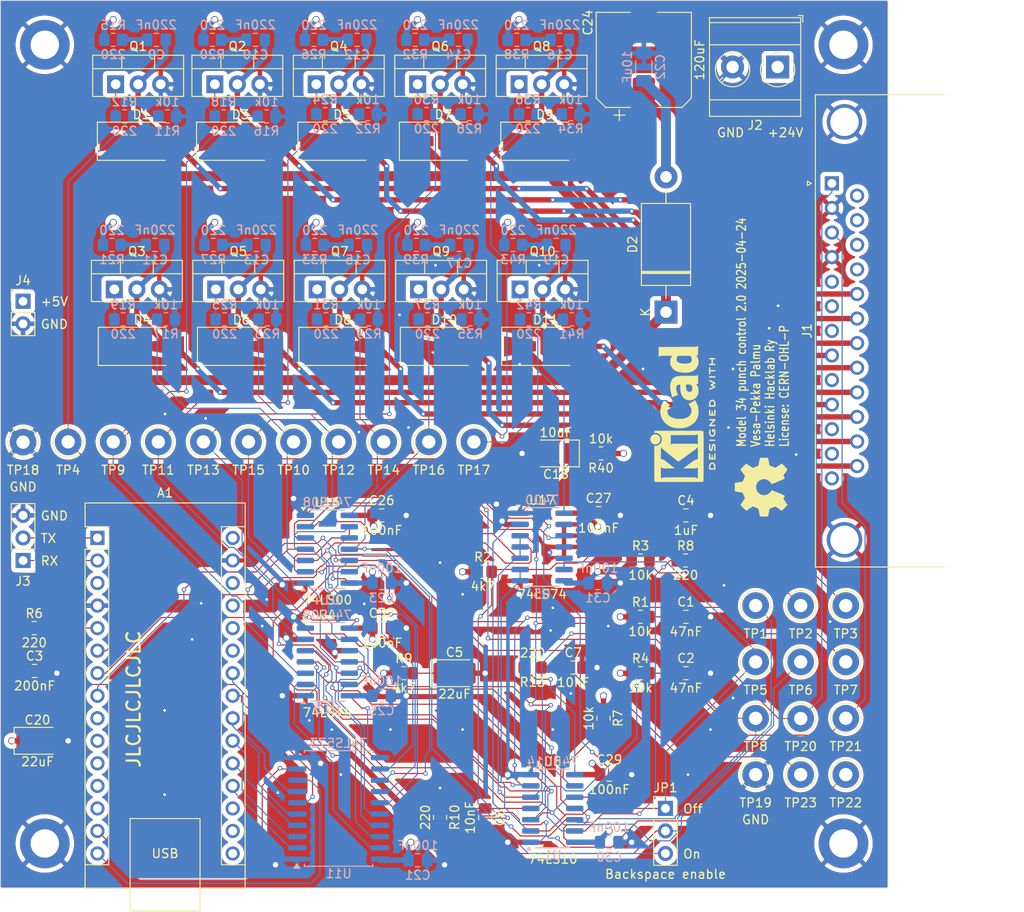
<source format=kicad_pcb>
(kicad_pcb (version 20240108) (generator "pcbnew") (generator_version "8.0")
  (title_block (title "Model 34 punch control") (date "2025-04-24") (rev "2.0") (company "Helsinki Hacklab Ry") (comment 1 "Vesa-Pekka Palmu") (comment 2 "License: CERN-OHL-P"))
  (layers (0 "F.Cu" signal) (1 "In1.Cu" power) (2 "In2.Cu" power) (31 "B.Cu" signal) (34 "B.Paste" user) (35 "F.Paste" user) (36 "B.SilkS" user "B.Silkscreen") (37 "F.SilkS" user "F.Silkscreen") (38 "B.Mask" user) (39 "F.Mask" user) (44 "Edge.Cuts" user))
  (net 0 "")
  (net 2 "GND")
  (net 3 "+5V")
  (net 6 "/Main control/Start punch")
  (net 9 "/Main control/Track 6")
  (net 11 "/Main control/Track 8")
  (net 12 "/Main control/Track 4")
  (net 17 "/Main control/Track 1")
  (net 19 "/Main control/Track 7")
  (net 21 "/Main control/Track 2")
  (net 23 "/Main control/Track 5")
  (net 24 "/Main control/~{Skip}")
  (net 25 "/Main control/Track 3")
  (net 26 "/J1.1")
  (net 27 "Net-(C3-Pad1)")
  (net 28 "Net-(C4-Pad1)")
  (net 29 "Net-(U4A-~{R})")
  (net 30 "Net-(C6-Pad1)")
  (net 31 "Net-(C7-Pad1)")
  (net 32 "Net-(C9-Pad1)")
  (net 33 "+24V")
  (net 34 "Net-(C10-Pad1)")
  (net 35 "Net-(C11-Pad1)")
  (net 36 "Net-(C12-Pad1)")
  (net 37 "Net-(C13-Pad1)")
  (net 38 "Net-(C14-Pad1)")
  (net 39 "Net-(C15-Pad1)")
  (net 40 "Net-(C16-Pad1)")
  (net 41 "Net-(C17-Pad1)")
  (net 42 "Net-(U17A-~{R})")
  (net 43 "Net-(C19-Pad1)")
  (net 44 "/J1.5")
  (net 45 "/J1.6")
  (net 46 "/J1.11")
  (net 47 "/J1.12")
  (net 48 "/J1.8")
  (net 49 "/J1.13")
  (net 50 "/Backspace control/B")
  (net 51 "/Backspace control/C")
  (net 52 "/Backspace control/~{BUSY}")
  (net 53 "Net-(Q1-G)")
  (net 54 "Net-(Q2-G)")
  (net 55 "Net-(Q3-G)")
  (net 56 "Net-(Q4-G)")
  (net 57 "Net-(Q5-G)")
  (net 58 "Net-(Q6-G)")
  (net 59 "Net-(Q7-G)")
  (net 60 "Net-(Q8-G)")
  (net 61 "Net-(Q9-G)")
  (net 62 "Net-(Q10-G)")
  (net 63 "/Main control/~{Clutch}")
  (net 64 "Net-(R10-Pad2)")
  (net 65 "Net-(R11-Pad1)")
  (net 66 "Net-(R13-Pad2)")
  (net 67 "Net-(R16-Pad1)")
  (net 68 "Net-(R17-Pad1)")
  (net 69 "Net-(R22-Pad1)")
  (net 70 "Net-(R23-Pad1)")
  (net 71 "Net-(R28-Pad1)")
  (net 72 "Net-(R29-Pad1)")
  (net 73 "Net-(R34-Pad1)")
  (net 74 "Net-(R35-Pad1)")
  (net 75 "Net-(R41-Pad1)")
  (net 76 "/Backspace control/Cam signal")
  (net 77 "Net-(U4A-C)")
  (net 78 "/Main control/Selector drivers/~{Clock}")
  (net 80 "/Main control/Selector drivers/Clock")
  (net 81 "Net-(U4A-~{Q})")
  (net 82 "Net-(U5-Pad3)")
  (net 83 "/Main control/A")
  (net 84 "Net-(U11-Q3)")
  (net 85 "Net-(U11-Q0)")
  (net 86 "Net-(U11-Q1)")
  (net 87 "Net-(U11-Q2)")
  (net 88 "Net-(U17A-Q)")
  (net 89 "Net-(U17A-~{S})")
  (net 90 "Net-(U16-Pad3)")
  (net 91 "Net-(U16-Pad12)")
  (net 94 "Net-(U11-Q4)")
  (net 95 "Net-(U11-Q6)")
  (net 96 "Net-(U11-Q5)")
  (net 97 "Net-(U11-Q7)")
  (net 98 "Net-(R7-Pad2)")
  (net 99 "Net-(U1-Pad2)")
  (net 100 "Net-(U1-Pad11)")
  (net 101 "/J1.23")
  (net 102 "/J1.10")
  (net 103 "/J1.21")
  (net 104 "/J1.25")
  (net 105 "/J1.19")
  (net 106 "/J1.24")
  (net 107 "/J1.20")
  (net 108 "/J1.22")
  (net 109 "/J1.18")
  (net 110 "Net-(A1-D0{slash}RX)")
  (net 111 "Net-(A1-D1{slash}TX)")
  (net 112 "Snubber")
  (net 113 "/J1.3")
  (net 114 "/J1.15")
  (net 115 "/J1.14")
  (net 117 "/Backspace control/~{Backspace response}")
  (net 118 "/Backspace control/Backspace")
  (net 119 "/Backspace control/Enable")
  (footprint "TestPoint:TestPoint_Loop_D2.54mm_Drill1.5mm_Beaded" (layer "F.Cu") (at 170.18 129.54)
    (property "Reference" "TP6")
    (property "Value" "Flag")
  )
  (footprint "TestPoint:TestPoint_Loop_D2.54mm_Drill1.5mm_Beaded" (layer "F.Cu") (at 175.26 135.89)
    (property "Reference" "TP21")
    (property "Value" "Timing2")
  )
  (footprint "Package_TO_SOT_THT:TO-220-3_Vertical" (layer "F.Cu") (at 115.586 64.445)
    (property "Reference" "Q4")
    (property "Value" "IRF530N")
  )
  (footprint "Connector_Dsub:DSUB-25_Female_Horizontal_P2.77x2.84mm_EdgePinOffset9.90mm_Housed_MountingHolesOffset11.32mm" (layer "F.Cu") (at 173.6927 75.615 90)
    (property "Reference" "J1")
    (property "Value" "Model34")
  )
  (footprint "Capacitor_SMD:C_0805_2012Metric_Pad1.18x1.45mm_HandSolder" (layer "F.Cu") (at 134.62 147.0875 -90)
    (property "Reference" "C6")
    (property "Value" "10nF")
  )
  (footprint "Capacitor_SMD:C_0805_2012Metric_Pad1.18x1.45mm_HandSolder" (layer "F.Cu") (at 122.9575 125.73)
    (property "Reference" "C32")
    (property "Value" "100nF")
  )
  (footprint "Resistor_SMD:R_0805_2012Metric_Pad1.20x1.40mm_HandSolder" (layer "F.Cu") (at 152.13 118.11)
    (property "Reference" "R3")
    (property "Value" "10k")
  )
  (footprint "Diode_SMD:D_SMA-SMB_Universal_Handsoldering" (layer "F.Cu") (at 129.916 70.866)
    (property "Reference" "D7")
    (property "Value" "10BQ100")
  )
  (footprint "TestPoint:TestPoint_Loop_D2.54mm_Drill1.5mm_Beaded" (layer "F.Cu") (at 128.27 104.745)
    (property "Reference" "TP16")
    (property "Value" "Track1")
  )
  (footprint "Capacitor_Tantalum_SMD:CP_EIA-3528-21_Kemet-B_Pad1.50x2.35mm_HandSolder" (layer "F.Cu") (at 84.175 138.43)
    (property "Reference" "C20")
    (property "Value" "22uF")
  )
  (footprint "TestPoint:TestPoint_Loop_D2.54mm_Drill1.5mm_Beaded" (layer "F.Cu") (at 87.63 104.745)
    (property "Reference" "TP4")
    (property "Value" "Clutch solenoid")
  )
  (footprint "Resistor_SMD:R_0805_2012Metric_Pad1.20x1.40mm_HandSolder" (layer "F.Cu") (at 129.54 147.05 -90)
    (property "Reference" "R10")
    (property "Value" "220")
  )
  (footprint "Diode_SMD:D_SMA-SMB_Universal_Handsoldering" (layer "F.Cu") (at 118.486 70.866)
    (property "Reference" "D5")
    (property "Value" "10BQ100")
  )
  (footprint "TestPoint:TestPoint_Loop_D2.54mm_Drill1.5mm_Beaded" (layer "F.Cu") (at 170.18 142.24)
    (property "Reference" "TP23")
    (property "Value" "Backspace")
  )
  (footprint "Package_TO_SOT_THT:TO-220-3_Vertical" (layer "F.Cu") (at 115.692 87.559)
    (property "Reference" "Q7")
    (property "Value" "IRF530N")
  )
  (footprint "Package_TO_SOT_THT:TO-220-3_Vertical" (layer "F.Cu") (at 127.016 64.445)
    (property "Reference" "Q6")
    (property "Value" "IRF530N")
  )
  (footprint "Diode_SMD:D_SMA-SMB_Universal_Handsoldering" (layer "F.Cu") (at 141.346 70.866)
    (property "Reference" "D9")
    (property "Value" "10BQ100")
  )
  (footprint "Package_SO:SOIC-14_3.9x8.7mm_P1.27mm" (layer "F.Cu") (at 116.84 129.54)
    (property "Reference" "U4")
    (property "Value" "74LS74")
  )
  (footprint "Resistor_SMD:R_0805_2012Metric_Pad1.20x1.40mm_HandSolder" (layer "F.Cu") (at 125.46 130.81)
    (property "Reference" "R9")
    (property "Value" "4k7")
  )
  (footprint "TestPoint:TestPoint_Loop_D2.54mm_Drill1.5mm_Beaded" (layer "F.Cu") (at 113.03 104.745)
    (property "Reference" "TP10")
    (property "Value" "Track4")
  )
  (footprint "TestPoint:TestPoint_Loop_D2.54mm_Drill1.5mm_Beaded" (layer "F.Cu") (at 175.26 123.19)
    (property "Reference" "TP3")
    (property "Value" "Backspace res")
  )
  (footprint "Capacitor_SMD:C_0805_2012Metric_Pad1.18x1.45mm_HandSolder" (layer "F.Cu") (at 157.2475 113.03)
    (property "Reference" "C4")
    (property "Value" "1uF")
  )
  (footprint "Symbol:OSHW-Symbol_6.7x6mm_SilkScreen" (layer "F.Cu") (at 165.735 109.855 90)
    (property "Reference" "LOGO2" (hide yes))
    (property "Value" "OSHW-Symbol_6.7x6mm_SilkScreen" (hide yes))
  )
  (footprint "Diode_SMD:D_SMA-SMB_Universal_Handsoldering" (layer "F.Cu") (at 95.986 93.98)
    (property "Reference" "D4")
    (property "Value" "10BQ100")
  )
  (footprint "Package_SO:SOIC-14_3.9x8.7mm_P1.27mm" (layer "F.Cu") (at 116.84 116.84)
    (property "Reference" "U16")
    (property "Value" "74LS00")
  )
  (footprint "TestPoint:TestPoint_Loop_D2.54mm_Drill1.5mm_Beaded" (layer "F.Cu") (at 97.79 104.745)
    (property "Reference" "TP11")
    (property "Value" "Track7")
  )
  (footprint "TestPoint:TestPoint_Loop_D2.54mm_Drill1.5mm_Beaded" (layer "F.Cu") (at 170.18 123.19)
    (property "Reference" "TP2")
    (property "Value" "Skip remote")
  )
  (footprint "TestPoint:TestPoint_Loop_D2.54mm_Drill1.5mm_Beaded" (layer "F.Cu") (at 165.1 129.54)
    (property "Reference" "TP5")
    (property "Value" "B")
  )
  (footprint "Package_TO_SOT_THT:TO-220-3_Vertical" (layer "F.Cu") (at 92.832 87.559)
    (property "Reference" "Q3")
    (property "Value" "IRF530N")
  )
  (footprint "Package_SO:SOIC-14_3.9x8.7mm_P1.27mm" (layer "F.Cu") (at 142.24 146.05)
    (property "Reference" "U6")
    (property "Value" "74LS10")
  )
  (footprint "Package_TO_SOT_THT:TO-220-3_Vertical" (layer "F.Cu") (at 138.552 87.559)
    (property "Reference" "Q10")
    (property "Value" "IRF530N")
  )
  (footprint "Resistor_SMD:R_0805_2012Metric_Pad1.20x1.40mm_HandSolder" (layer "F.Cu") (at 147.675 106.045 180)
    (property "Reference" "R40")
    (property "Value" "10k")
  )
  (footprint "TestPoint:TestPoint_Loop_D2.54mm_Drill1.5mm_Beaded" (layer "F.Cu") (at 133.35 104.745)
    (property "Reference" "TP17")
    (property "Value" "Backspace solenoid")
  )
  (footprint "Connector_PinHeader_2.54mm:PinHeader_1x02_P2.54mm_Vertical" (layer "F.Cu") (at 82.55 88.9)
    (property "Reference" "J4")
    (property "Value" "5V")
  )
  (footprint "Connector_PinHeader_2.54mm:PinHeader_1x03_P2.54mm_Vertical" (layer "F.Cu") (at 154.94 146.05)
    (property "Reference" "JP1")
    (property "Value" "Backspace enable")
  )
  (footprint "Diode_SMD:D_SMA-SMB_Universal_Handsoldering" (layer "F.Cu") (at 107.162 93.98)
    (property "Reference" "D6")
    (property "Value" "10BQ100")
  )
  (footprint "TestPoint:TestPoint_Loop_D2.54mm_Drill1.5mm_Beaded" (layer "F.Cu") (at 175.26 142.24)
    (property "Reference" "TP22")
    (property "Value" "Start")
  )
  (footprint "Capacitor_SMD:C_0805_2012Metric_Pad1.18x1.45mm_HandSolder" (layer "F.Cu") (at 157.2475 124.46)
    (property "Reference" "C1")
    (property "Value" "47nF")
  )
  (footprint "TestPoint:TestPoint_Loop_D2.54mm_Drill1.5mm_Beaded" (layer "F.Cu") (at 102.87 104.745)
    (property "Reference" "TP13")
    (property "Value" "Track6")
  )
  (footprint "TestPoint:TestPoint_Loop_D2.54mm_Drill1.5mm_Beaded" (layer "F.Cu") (at 123.19 104.745)
    (property "Reference" "TP14")
    (property "Value" "Track2")
  )
  (footprint "Diode_THT:D_DO-201AE_P15.24mm_Horizontal" (layer "F.Cu") (at 155 90.12 90)
    (property "Reference" "D2")
    (property "Value" "1N5358B 22V")
  )
  (footprint "Resistor_SMD:R_0805_2012Metric_Pad1.20x1.40mm_HandSolder" (layer "F.Cu") (at 147.955 135.89 -90)
    (property "Reference" "R7")
    (property "Value" "10k")
  )
  (footprint "Resistor_SMD:R_0805_2012Metric_Pad1.20x1.40mm_HandSolder" (layer "F.Cu") (at 139.97 130.175 180)
    (property "Reference" "R13")
    (property "Value" "220")
  )
  (footprint "Capacitor_SMD:C_0805_2012Metric_Pad1.18x1.45mm_HandSolder" (layer "F.Cu") (at 122.9575 113.03)
    (property "Reference" "C26")
    (property "Value" "100nF")
  )
  (footprint "Capacitor_SMD:C_0805_2012Metric_Pad1.18x1.45mm_HandSolder" (layer "F.Cu") (at 144.5475 130.175)
    (property "Reference" "C7")
    (property "Value" "10nF")
  )
  (footprint "Package_TO_SOT_THT:TO-220-3_Vertical" (layer "F.Cu") (at 104.156 64.445)
    (property "Reference" "Q2")
    (property "Value" "IRF530N")
  )
  (footprint "TestPoint:TestPoint_Loop_D2.54mm_Drill1.5mm_Beaded" (layer "F.Cu") (at 170.18 135.92)
    (property "Reference" "TP20")
    (property "Value" "Timing1")
  )
  (footprint "Capacitor_SMD:C_0805_2012Metric_Pad1.18x1.45mm_HandSolder" (layer "F.Cu") (at 157.2475 130.81)
    (property "Reference" "C2")
    (property "Value" "47nF")
  )
  (footprint "Package_SO:SOIC-14_3.9x8.7mm_P1.27mm" (layer "F.Cu") (at 141.035 116.586)
    (property "Reference" "U17")
    (property "Value" "74LS74")
  )
  (footprint "Package_TO_SOT_THT:TO-220-3_Vertical" (layer "F.Cu") (at 92.98 64.445)
    (property "Reference" "Q1")
    (property "Value" "IRF530N")
  )
  (footprint "TestPoint:TestPoint_Loop_D2.54mm_Drill1.5mm_Beaded" (layer "F.Cu") (at 165.1 142.24)
    (property "Reference" "TP19")
    (property "Value" "GND")
  )
  (footprint "Diode_SMD:D_SMA-SMB_Universal_Handsoldering" (layer "F.Cu") (at 95.88 70.866)
    (property "Reference" "D1")
    (property "Value" "10BQ100")
  )
  (footprint "TestPoint:TestPoint_Loop_D2.54mm_Drill1.5mm_Beaded" (layer "F.Cu") (at 165.1 123.19)
    (property "Reference" "TP1")
    (property "Value" "C")
  )
  (footprint "TestPoint:TestPoint_Loop_D2.54mm_Drill1.5mm_Beaded" (layer "F.Cu") (at 118.11 104.745)
    (property "Reference" "TP12")
    (property "Value" "Track3")
  )
  (footprint "Diode_SMD:D_SMA-SMB_Universal_Handsoldering" (layer "F.Cu") (at 130.022 93.98)
    (property "Reference" "D10")
    (property "Value" "10BQ100")
  )
  (footprint "MountingHole:MountingHole_3.2mm_M3_DIN965_Pad" (layer "F.Cu") (at 85 60)
    (property "Reference" "H1" (hide yes))
    (property "Value" "MountingHole_Pad" (hide yes))
  )
  (footprint "Capacitor_SMD:C_0805_2012Metric_Pad1.18x1.45mm_HandSolder" (layer "F.Cu") (at 148.6115 142.24)
    (property "Reference" "C29")
    (property "Value" "100nF")
  )
  (footprint "Diode_SMD:D_SMA-SMB_Universal_Handsoldering" (layer "F.Cu") (at 107.056 70.866)
    (property "Reference" "D3")
    (property "Value" "10BQ100")
  )
  (footprint "Package_TO_SOT_THT:TO-220-3_Vertical" (layer "F.Cu") (at 138.446 64.445)
    (property "Reference" "Q8")
    (property "Value" "IRF530N")
  )
  (footprint "MountingHole:MountingHole_3.2mm_M3_DIN965_Pad" (layer "F.Cu") (at 85 150)
    (property "Reference" "H4" (hide yes))
    (property "Value" "MountingHole_Pad" (hide yes))
  )
  (footprint "MountingHole:MountingHole_3.2mm_M3_DIN965_Pad" (layer "F.Cu") (at 175 60)
    (property "Reference" "H2" (hide yes))
    (property "Value" "MountingHole_Pad" (hide yes))
  )
  (footprint "Module:Arduino_Nano" (layer "F.Cu") (at 90.932 115.57)
    (property "Reference" "A1")
    (property "Value" "Arduino_Nano_v2.x")
  )
  (footprint "Package_TO_SOT_THT:TO-220-3_Vertical" (layer "F.Cu") (at 127.122 87.559)
    (property "Reference" "Q9")
    (property "Value" "IRF530N")
  )
  (footprint "Capacitor_Tantalum_SMD:CP_EIA-3528-21_Kemet-B_Pad1.50x2.35mm_HandSolder" (layer "F.Cu") (at 131.165 130.81)
    (property "Reference" "C5")
    (property "Value" "22uF")
  )
  (footprint "MountingHole:MountingHole_3.2mm_M3_DIN965_Pad" (layer "F.Cu") (at 175 150)
    (property "Reference" "H3" (hide yes))
    (property "Value" "MountingHole_Pad" (hide yes))
  )
  (footprint "Resistor_SMD:R_0805_2012Metric_Pad1.20x1.40mm_HandSolder" (layer "F.Cu") (at 83.804 125.73)
    (property "Reference" "R6")
    (property "Value" "220")
  )
  (footprint "TerminalBlock_MetzConnect:TerminalBlock_MetzConnect_Type073_RT02602HBLU_1x02_P5.08mm_Horizontal" (layer "F.Cu") (at 167.58 62.5 180)
    (property "Reference" "J2")
    (property "Value" "24V_in")
  )
  (footprint "TestPoint:TestPoint_Loop_D2.54mm_Drill1.5mm_Beaded" (layer "F.Cu") (at 175.26 129.54)
    (property "Reference" "TP7")
    (property "Value" "Cam signal")
  )
  (footprint "Capacitor_SMD:C_0805_2012Metric_Pad1.18x1.45mm_HandSolder" (layer "F.Cu") (at 83.8415 130.556)
    (property "Reference" "C3")
    (property "Value" "200nF")
  )
  (footprint "TestPoint:TestPoint_Loop_D2.54mm_Drill1.5mm_Beaded" (layer "F.Cu") (at 107.95 104.745)
    (property "Reference" "TP15")
    (property "Value" "Track5")
  )
  (footprint "Resistor_SMD:R_0805_2012Metric_Pad1.20x1.40mm_HandSolder" (layer "F.Cu") (at 134.35 119.38)
    (property "Reference" "R2")
    (property "Value" "4k7")
  )
  (footprint "Capacitor_Tantalum_SMD:CP_EIA-3528-21_Kemet-B_Pad1.50x2.35mm_HandSolder" (layer "F.Cu") (at 142.595 106.045 180)
    (property "Reference" "C18")
    (property "Value" "10uF")
  )
  (footprint "Resistor_SMD:R_0805_2012Metric_Pad1.20x1.40mm_HandSolder" (layer "F.Cu") (at 152.13 130.81)
    (property "Reference" "R4")
    (property "Value" "10k")
  )
  (footprint "Capacitor_SMD:C_0805_2012Metric_Pad1.18x1.45mm_HandSolder" (layer "F.Cu") (at 147.4065 112.776)
    (property "Reference" "C27")
    (property "Value" "100nF")
  )
  (footprint "TestPoint:TestPoint_Loop_D2.54mm_Drill1.5mm_Beaded" (layer "F.Cu") (at 92.71 104.745)
    (property "Reference" "TP9")
    (property "Value" "Track8")
  )
  (footprint "Diode_SMD:D_SMA-SMB_Universal_Handsoldering" (layer "F.Cu") (at 118.592 93.98)
    (property "Reference" "D8")
    (property "Value" "10BQ100")
  )
  (footprint "Resistor_SMD:R_0805_2012Metric_Pad1.20x1.40mm_HandSolder" (layer "F.Cu") (at 157.21 118.11)
    (property "Reference" "R8")
    (property "Value" "220")
  )
  (footprint "Resistor_SMD:R_0805_2012Metric_Pad1.20x1.40mm_HandSolder" (layer "F.Cu") (at 152.13 124.46)
    (property "Reference" "R1")
    (property "Value" "10k")
  )
  (footprint "Capacitor_SMD:CP_Elec_10x10.5" (layer "F.Cu") (at 152.5 61.7 90)
    (property "Reference" "C24")
    (property "Value" "120uF")
  )
  (footprint "Diode_SMD:D_SMA-SMB_Universal_Handsoldering" (layer "F.Cu") (at 141.452 93.98)
    (property "Reference" "D11")
    (property "Value" "10BQ100")
  )
  (footprint "Symbol:KiCad-Logo2_6mm_SilkScreen" (layer "F.Cu") (at 156.21 101.6 90)
    (property "Reference" "LOGO1" (hide yes))
    (property "Value" "KiCad-Logo2_6mm_SilkScreen" (hide yes))
  )
  (footprint "TestPoint:TestPoint_Loop_D2.54mm_Drill1.5mm_Beaded" (layer "F.Cu") (at 165.1 135.89)
    (property "Reference" "TP8")
    (property "Value" "Backspace en")
  )
  (footprint "Package_TO_SOT_THT:TO-220-3_Vertical" (layer "F.Cu") (at 104.262 87.559)
    (property "Reference" "Q5")
    (property "Value" "IRF530N")
  )
  (footprint "TestPoint:TestPoint_Loop_D2.54mm_Drill1.5mm_Beaded" (layer "F.Cu") (at 82.55 104.775)
    (property "Reference" "TP18")
    (property "Value" "GND")
  )
  (footprint "Connector_PinHeader_2.54mm:PinHeader_1x03_P2.54mm_Vertical" (layer "F.Cu") (at 82.55 118.11 180)
    (property "Reference" "J3")
    (property "Value" "UART")
  )
  (footprint "Capacitor_SMD:C_0805_2012Metric_Pad1.18x1.45mm_HandSolder" (layer "B.Cu") (at 148.59 149.86)
    (property "Reference" "C30")
    (property "Value" "100nF")
  )
  (footprint "Resistor_SMD:R_0805_2012Metric_Pad1.20x1.40mm_HandSolder" (layer "B.Cu") (at 109.982 68.072)
    (property "Reference" "R16")
    (property "Value" "10k")
  )
  (footprint "Resistor_SMD:R_0805_2012Metric_Pad1.20x1.40mm_HandSolder" (layer "B.Cu") (at 93.98 68.072 180)
    (property "Reference" "R12")
    (property "Value" "220")
  )
  (footprint "Resistor_SMD:R_0805_2012Metric_Pad1.20x1.40mm_HandSolder" (layer "B.Cu") (at 92.71 59.436 180)
    (property "Reference" "R15")
    (property "Value" "220")
  )
  (footprint "Resistor_SMD:R_0805_2012Metric_Pad1.20x1.40mm_HandSolder" (layer "B.Cu") (at 128.016 67.818 180)
    (property "Reference" "R30")
    (property "Value" "220")
  )
  (footprint "Capacitor_SMD:C_0805_2012Metric_Pad1.18x1.45mm_HandSolder" (layer "B.Cu") (at 143.0395 59.436)
    (property "Reference" "C16")
    (property "Value" "220nF")
  )
  (footprint "Resistor_SMD:R_0805_2012Metric_Pad1.20x1.40mm_HandSolder" (layer "B.Cu") (at 116.692 90.932 180)
    (property "Reference" "R31")
    (property "Value" "220")
  )
  (footprint "Resistor_SMD:R_0805_2012Metric_Pad1.20x1.40mm_HandSolder" (layer "B.Cu") (at 115.422 82.55)
    (property "Reference" "R33")
    (property "Value" "220")
  )
  (footprint "Resistor_SMD:R_0805_2012Metric_Pad1.20x1.40mm_HandSolder" (layer "B.Cu") (at 144.272 67.818)
    (property "Reference" "R34")
    (property "Value" "10k")
  )
  (footprint "Capacitor_SMD:C_0805_2012Metric_Pad1.18x1.45mm_HandSolder" (layer "B.Cu") (at 97.4255 82.55)
    (property "Reference" "C11")
    (property "Value" "220nF")
  )
  (footprint "Resistor_SMD:R_0805_2012Metric_Pad1.20x1.40mm_HandSolder" (layer "B.Cu") (at 138.176 59.436)
    (property "Reference" "R38")
    (property "Value" "220")
  )
  (footprint "Package_SO:SOIC-14_3.9x8.7mm_P1.27mm" (layer "B.Cu") (at 116.84 116.84)
    (property "Reference" "U14")
    (property "Value" "74LS08")
  )
  (footprint "Resistor_SMD:R_0805_2012Metric_Pad1.20x1.40mm_HandSolder" (layer "B.Cu") (at 110.088 90.932)
    (property "Reference" "R23")
    (property "Value" "10k")
  )
  (footprint "Resistor_SMD:R_0805_2012Metric_Pad1.20x1.40mm_HandSolder" (layer "B.Cu") (at 139.552 90.932 180)
    (property "Reference" "R42")
    (property "Value" "220")
  )
  (footprint "Resistor_SMD:R_0805_2012Metric_Pad1.20x1.40mm_HandSolder" (layer "B.Cu") (at 98.658 90.932)
    (property "Reference" "R17")
    (property "Value" "10k")
  )
  (footprint "Package_SO:SOIC-14_3.9x8.7mm_P1.27mm" (layer "B.Cu") (at 141.035 116.586)
    (property "Reference" "U5")
    (property "Value" "7400")
  )
  (footprint "Resistor_SMD:R_0805_2012Metric_Pad1.20x1.40mm_HandSolder" (layer "B.Cu") (at 93.832 90.932 180)
    (property "Reference" "R19")
    (property "Value" "220")
  )
  (footprint "Capacitor_SMD:C_0805_2012Metric_Pad1.18x1.45mm_HandSolder" (layer "B.Cu") (at 147.32 120.65)
    (property "Reference" "C31")
    (property "Value" "100nF")
  )
  (footprint "Capacitor_SMD:C_0805_2012Metric_Pad1.18x1.45mm_HandSolder" (layer "B.Cu") (at 127.0215 151.892)
    (property "Reference" "C21")
    (property "Value" "100nF")
  )
  (footprint "Resistor_SMD:R_0805_2012Metric_Pad1.20x1.40mm_HandSolder" (layer "B.Cu") (at 98.806 68.072)
    (property "Reference" "R11")
    (property "Value" "10k")
  )
  (footprint "Capacitor_SMD:C_0805_2012Metric_Pad1.18x1.45mm_HandSolder" (layer "B.Cu") (at 131.6095 59.436)
    (property "Reference" "C14")
    (property "Value" "220nF")
  )
  (footprint "Resistor_SMD:R_0805_2012Metric_Pad1.20x1.40mm_HandSolder" (layer "B.Cu") (at 92.562 82.55)
    (property "Reference" "R21")
    (property "Value" "220")
  )
  (footprint "Resistor_SMD:R_0805_2012Metric_Pad1.20x1.40mm_HandSolder" (layer "B.Cu") (at 126.746 59.436)
    (property "Reference" "R32")
    (property "Value" "220")
  )
  (footprint "Capacitor_SMD:C_0805_2012Metric_Pad1.18x1.45mm_HandSolder" (layer "B.Cu") (at 97.5735 59.436)
    (property "Reference" "C9")
    (property "Value" "220nF")
  )
  (footprint "Capacitor_SMD:C_0805_2012Metric_Pad1.18x1.45mm_HandSolder" (layer "B.Cu") (at 131.7155 82.55)
    (property "Reference" "C17")
    (property "Value" "220nF")
  )
  (footprint "Resistor_SMD:R_0805_2012Metric_Pad1.20x1.40mm_HandSolder" (layer "B.Cu") (at 115.316 59.436)
    (property "Reference" "R26")
    (property "Value" "220")
  )
  (footprint "Resistor_SMD:R_0805_2012Metric_Pad1.20x1.40mm_HandSolder" (layer "B.Cu") (at 116.586 67.818 180)
    (property "Reference" "R24")
    (property "Value" "220")
  )
  (footprint "Capacitor_SMD:C_0805_2012Metric_Pad1.18x1.45mm_HandSolder" (layer "B.Cu") (at 108.7495 59.436)
    (property "Reference" "C10")
    (property "Value" "220nF")
  )
  (footprint "Package_SO:SOIC-14_3.9x8.7mm_P1.27mm" (layer "B.Cu") (at 142.24 146.05)
    (property "Reference" "U1")
    (property "Value" "74HC14")
  )
  (footprint "Resistor_SMD:R_0805_2012Metric_Pad1.20x1.40mm_HandSolder" (layer "B.Cu") (at 132.842 67.818)
    (property "Reference" "R28")
    (property "Value" "10k")
  )
  (footprint "Resistor_SMD:R_0805_2012Metric_Pad1.20x1.40mm_HandSolder" (layer "B.Cu") (at 132.948 90.932)
    (property "Reference" "R35")
    (property "Value" "10k")
  )
  (footprint "Capacitor_SMD:C_1206_3216Metric_Pad1.33x1.80mm_HandSolder" (layer "B.Cu") (at 152.5 62.5 90)
    (property "Reference" "C22")
    (property "Value" "10uF")
  )
  (footprint "Capacitor_SMD:C_0805_2012Metric_Pad1.18x1.45mm_HandSolder" (layer "B.Cu") (at 142.6375 82.55)
    (property "Reference" "C19")
    (property "Value" "220nF")
  )
  (footprint "Resistor_SMD:R_0805_2012Metric_Pad1.20x1.40mm_HandSolder" (layer "B.Cu") (at 103.886 59.436)
    (property "Reference" "R20")
    (property "Value" "220")
  )
  (footprint "Resistor_SMD:R_0805_2012Metric_Pad1.20x1.40mm_HandSolder" (layer "B.Cu") (at 126.852 82.55)
    (property "Reference" "R39")
    (property "Value" "220")
  )
  (footprint "Package_SO:SOIC-14_3.9x8.7mm_P1.27mm" (layer "B.Cu") (at 116.84 129.54)
    (property "Reference" "U13")
    (property "Value" "74LS08")
  )
  (footprint "Capacitor_SMD:C_0805_2012Metric_Pad1.18x1.45mm_HandSolder" (layer "B.Cu") (at 122.9575 120.65)
    (property "Reference" "C23")
    (property "Value" "100nF")
  )
  (footprint "Resistor_SMD:R_0805_2012Metric_Pad1.20x1.40mm_HandSolder" (layer "B.Cu") (at 121.412 67.818)
    (property "Reference" "R22")
    (property "Value" "10k")
  )
  (footprint "Package_SO:SOIC-20W_7.5x12.8mm_P1.27mm" (layer "B.Cu") (at 118.11 146.05)
    (property "Reference" "U11")
    (property "Value" "74LS573")
  )
  (footprint "Resistor_SMD:R_0805_2012Metric_Pad1.20x1.40mm_HandSolder" (layer "B.Cu") (at 105.262 90.932 180)
    (property "Reference" "R25")
    (property "Value" "220")
  )
  (footprint "Resistor_SMD:R_0805_2012Metric_Pad1.20x1.40mm_HandSolder" (layer "B.Cu") (at 105.156 68.072 180)
    (property "Reference" "R18")
    (property "Value" "220")
  )
  (footprint "Capacitor_SMD:C_0805_2012Metric_Pad1.18x1.45mm_HandSolder" (layer "B.Cu") (at 120.2855 82.55)
    (property "Reference" "C15")
    (property "Value" "220nF")
  )
  (footprint "Resistor_SMD:R_0805_2012Metric_Pad1.20x1.40mm_HandSolder" (layer "B.Cu") (at 137.774 82.55)
    (property "Reference" "R43")
    (property "Value" "220")
  )
  (footprint "Capacitor_SMD:C_0805_2012Metric_Pad1.18x1.45mm_HandSolder" (layer "B.Cu") (at 120.1795 59.436)
    (property "Reference" "C12")
    (property "Value" "220nF")
  )
  (footprint "Resistor_SMD:R_0805_2012Metric_Pad1.20x1.40mm_HandSolder" (layer "B.Cu") (at 128.122 90.932 180)
    (property "Reference" "R37")
    (property "Value" "220")
  )
  (footprint "Resistor_SMD:R_0805_2012Metric_Pad1.20x1.40mm_HandSolder" (layer "B.Cu") (at 144.378 90.932)
    (property "Reference" "R41")
    (property "Value" "10k")
  )
  (footprint "Resistor_SMD:R_0805_2012Metric_Pad1.20x1.40mm_HandSolder" (layer "B.Cu") (at 103.992 82.55)
    (property "Reference" "R27")
    (property "Value" "220")
  )
  (footprint "Resistor_SMD:R_0805_2012Metric_Pad1.20x1.40mm_HandSolder" (layer "B.Cu") (at 139.446 67.818 180)
    (property "Reference" "R36")
    (property "Value" "220")
  )
  (footprint "Capacitor_SMD:C_0805_2012Metric_Pad1.18x1.45mm_HandSolder" (layer "B.Cu") (at 108.8555 82.55)
    (property "Reference" "C13")
    (property "Value" "220nF")
  )
  (footprint "Resistor_SMD:R_0805_2012Metric_Pad1.20x1.40mm_HandSolder" (layer "B.Cu") (at 121.518 90.932)
    (property "Reference" "R29")
    (property "Value" "10k")
  )
  (footprint "Capacitor_SMD:C_0805_2012Metric_Pad1.18x1.45mm_HandSolder" (layer "B.Cu") (at 122.9575 133.35)
    (property "Reference" "C25")
    (property "Value" "100nF")
  )
  (gr_line (start 180 55) (end 180 155) (stroke (width 0.1)) (layer "Edge.Cuts"))
  (gr_line (start 80 155) (end 80 55) (stroke (width 0.1)) (layer "Edge.Cuts"))
  (gr_line (start 180 155) (end 80 155) (stroke (width 0.1)) (layer "Edge.Cuts"))
  (gr_line (start 80 55) (end 180 55) (stroke (width 0.1)) (layer "Edge.Cuts"))
  (gr_text "JLCJLCJLCJLC" (at 95.885 141.605 90) (layer "F.SilkS") (effects (font (size 1.5 1.5) (thickness 0.25) (bold yes)) (justify left bottom)))
  (gr_text "GND" (at 160.655 70.485 0) (layer "F.SilkS") (effects (font (size 1 1)) (justify left bottom)))
  (gr_text "On" (at 156.845 151.765 0) (layer "F.SilkS") (effects (font (size 1 1)) (justify left bottom)))
  (gr_text "${TITLE} ${REVISION} ${ISSUE_DATE}\n${COMMENT1}\n${COMPANY}\n${COMMENT2}" (at 168.91 105.41 90) (layer "F.SilkS") (effects (font (size 1 0.8)) (justify left bottom)))
  (gr_text "+24V" (at 166.37 70.485 0) (layer "F.SilkS") (effects (font (size 1 1)) (justify left bottom)))
  (gr_text "TX" (at 84.455 116.205 0) (layer "F.SilkS") (effects (font (size 1 1)) (justify left bottom)))
  (gr_text "Off" (at 156.845 146.685 0) (layer "F.SilkS") (effects (font (size 1 1)) (justify left bottom)))
  (gr_text "+5V" (at 84.455 89.535 0) (layer "F.SilkS") (effects (font (size 1 1)) (justify left bottom)))
  (gr_text "GND" (at 84.455 113.665 0) (layer "F.SilkS") (effects (font (size 1 1)) (justify left bottom)))
  (gr_text "RX" (at 84.455 118.745 0) (layer "F.SilkS") (effects (font (size 1 1)) (justify left bottom)))
  (gr_text "GND" (at 84.455 92.075 0) (layer "F.SilkS") (effects (font (size 1 1)) (justify left bottom)))
  (segment (start 114.365 127) (end 112.376819 127) (width 0.6096) (layer "F.Cu") (net 2))
  (segment (start 158.285 130.81) (end 160.02 130.81) (width 0.6096) (layer "F.Cu") (net 2))
  (segment (start 134.62 148.125) (end 136.355 149.86) (width 0.6096) (layer "F.Cu") (net 2))
  (segment (start 138.56 121.79) (end 138.43 121.92) (width 0.6096) (layer "F.Cu") (net 2))
  (segment (start 149.649 142.24) (end 151.13 142.24) (width 0.6096) (layer "F.Cu") (net 2))
  (segment (start 149.606 112.776) (end 149.86 113.03) (width 0.6096) (layer "F.Cu") (net 2))
  (segment (start 132.79 130.81) (end 134.62 130.81) (width 0.6096) (layer "F.Cu") (net 2))
  (segment (start 86.106 130.556) (end 86.36 130.81) (width 0.6096) (layer "F.Cu") (net 2))
  (segment (start 112.376819 127) (end 112.218319 126.8415) (width 0.6096) (layer "F.Cu") (net 2))
  (segment (start 136.355 149.86) (end 137.16 149.86) (width 0.6096) (layer "F.Cu") (net 2))
  (segment (start 158.285 113.03) (end 160.02 113.03) (width 0.6096) (layer "F.Cu") (net 2))
  (segment (start 136.906 114.046) (end 136.525 113.665) (width 0.6096) (layer "F.Cu") (net 2))
  (segment (start 138.56 114.046) (end 136.906 114.046) (width 0.6096) (layer "F.Cu") (net 2))
  (segment (start 138.56 120.396) (end 138.56 121.79) (width 0.6096) (layer "F.Cu") (net 2))
  (segment (start 114.365 120.65) (end 111.9402 120.65) (width 0.6096) (layer "F.Cu") (net 2))
  (segment (start 140.97 106.045) (end 138.785 106.045) (width 0.6096) (layer "F.Cu") (net 2))
  (segment (start 145.585 130.175) (end 147.225 130.175) (width 0.6096) (layer "F.Cu") (net 2))
  (segment (start 119.315 128.27) (end 117.897 128.27) (width 0.6096) (layer "F.Cu") (net 2))
  (segment (start 114.365 133.35) (end 111.76 133.35) (width 0.6096) (layer "F.Cu") (net 2))
  (segment (start 85.8 138.43) (end 87.63 138.43) (width 0.6096) (layer "F.Cu") (net 2))
  (segment (start 162.5 62.5) (end 157.5 57.5) (width 0.6096) (layer "F.Cu") (net 2))
  (segment (start 158.285 124.46) (end 160.02 124.46) (width 0.6096) (layer "F.Cu") (net 2))
  (segment (start 137.16 149.86) (end 139.765 149.86) (width 0.6096) (layer "F.Cu") (net 2))
  (segment (start 123.995 113.03) (end 125.73 113.03) (width 0.6096) (layer "F.Cu") (net 2))
  (segment (start 117.897 128.27) (end 117.688 128.48) (width 0.6096) (layer "F.Cu") (net 2))
  (segment (start 84.879 130.556) (end 86.106 130.556) (width 0.6096) (layer "F.Cu") (net 2))
  (segment (start 157.5 57.5) (end 152.5 57.5) (width 0.6096) (layer "F.Cu") (net 2))
  (segment (start 123.995 125.73) (end 125.73 125.73) (width 0.6096) (layer "F.Cu") (net 2))
  (segment (start 111.9402 120.65) (end 111.76 120.8302) (width 0.6096) (layer "F.Cu") (net 2))
  (segment (start 148.444 112.776) (end 149.606 112.776) (width 0.6096) (layer "F.Cu") (net 2))
  (via (at 169.672 106.172) (size 0.5) (drill 0.3) (layers "F.Cu" "B.Cu") (net 2))
  (via (at 149.86 113.03) (size 0.8) (drill 0.6) (layers "F.Cu" "B.Cu") (net 2))
  (via (at 134.62 130.81) (size 0.8) (drill 0.6) (layers "F.Cu" "B.Cu") (net 2))
  (via (at 103.124 102.108) (size 0.5) (drill 0.3) (layers "F.Cu" "B.Cu") (net 2))
  (via (at 129.54 143.764) (size 0.5) (drill 0.3) (layers "F.Cu" "B.Cu") (net 2))
  (via (at 160.02 113.03) (size 0.8) (drill 0.6) (layers "F.Cu" "B.Cu") (net 2))
  (via (at 117.348 137.16) (size 0.5) (drill 0.3) (layers "F.Cu" "B.Cu") (net 2))
  (via (at 138.43 121.92) (size 0.8) (drill 0.6) (layers "F.Cu" "B.Cu") (net 2))
  (via (at 98.5 135) (size 0.5) (drill 0.3) (layers "F.Cu" "B.Cu") (net 2))
  (via (at 102.616 122.936) (size 0.5) (drill 0.3) (layers "F.Cu" "B.Cu") (net 2))
  (via (at 112.218319 126.8415) (size 0.8) (drill 0.6) (layers "F.Cu" "B.Cu") (net 2))
  (via (at 86.36 130.81) (size 0.8) (drill 0.6) (layers "F.Cu" "B.Cu") (net 2))
  (via (at 111.76 133.35) (size 0.8) (drill 0.6) (layers "F.Cu" "B.Cu") (net 2))
  (via (at 144.272 133.096) (size 0.5) (drill 0.3) (layers "F.Cu" "B.Cu") (net 2))
  (via (at 161.544 120.904) (size 0.5) (drill 0.3) (layers "F.Cu" "B.Cu") (net 2))
  (via (at 125.984 103.124) (size 0.5) (drill 0.3) (layers "F.Cu" "B.Cu") (net 2))
  (via (at 151.13 149.86) (size 0.8) (drill 0.6) (layers "F.Cu" "B.Cu") (net 2))
  (via (at 160.02 124.46) (size 0.8) (drill 0.6) (layers "F.Cu" "B.Cu") (net 2))
  (via (at 125.73 120.65) (size 0.8) (drill 0.6) (layers "F.Cu" "B.Cu") (net 2))
  (via (at 162.052 103.124) (size 0.5) (drill 0.3) (layers "F.Cu" "B.Cu") (net 2))
  (via (at 137.16 149.86) (size 0.8) (drill 0.6) (layers "F.Cu" "B.Cu") (net 2))
  (via (at 136.525 113.665) (size 0.8) (drill 0.6) (layers "F.Cu" "B.Cu") (net 2))
  (via (at 142.24 137.16) (size 0.5) (drill 0.3) (layers "F.Cu" "B.Cu") (net 2))
  (via (at 167.64 89.408) (size 0.5) (drill 0.3) (layers "F.Cu" "B.Cu") (net 2))
  (via (at 173.5 125) (size 0.5) (drill 0.3) (layers "F.Cu" "B.Cu") (net 2))
  (via (at 121 123) (size 0.5) (drill 0.3) (layers "F.Cu" "B.Cu") (net 2))
  (via (at 160.02 137.16) (size 0.5) (drill 0.3) (layers "F.Cu" "B.Cu") (net 2))
  (via (at 151.13 142.24) (size 0.8) (drill 0.6) (layers "F.Cu" "B.Cu") (net 2))
  (via (at 138.785 106.045) (size 0.8) (drill 0.6) (layers "F.Cu" "B.Cu") (net 2))
  (via (at 140.716 84.836) (size 0.5) (drill 0.3) (layers "F.Cu" "B.Cu") (net 2))
  (via (at 132.08 121.92) (size 0.5) (drill 0.3) (layers "F.Cu" "B.Cu") (net 2))
  (via (at 125.73 125.73) (size 0.8) (drill 0.6) (layers "F.Cu" "B.Cu") (net 2))
  (via (at 111.252 144.272) (size 0.5) (drill 0.3) (layers "F.Cu" "B.Cu") (net 2))
  (via (at 142.24 123.444) (size 0.5) (drill 0.3) (layers "F.Cu" "B.Cu") (net 2))
  (via (at 137.16 142.24) (size 0.8) (drill 0.6) (layers "F.Cu" "B.Cu") (net 2))
  (via (at 109.5 125.5) (size 0.5) (drill 0.3) (layers "F.Cu" "B.Cu") (net 2))
  (via (at 152.4 96.52) (size 0.5) (drill 0.3) (layers "F.Cu" "B.Cu") (net 2))
  (via (at 147.225 130.175) (size 0.8) (drill 0.6) (layers "F.Cu" "B.Cu") (net 2))
  (via (at 160.02 130.81) (size 0.8) (drill 0.6) (layers "F.Cu" "B.Cu") (net 2))
  (via (at 113.03 111.125) (size 0.8) (drill 0.6) (layers "F.Cu" "B.Cu") (net 2))
  (via (at 87.63 138.43) (size 0.8) (drill 0.6) (layers "F.Cu" "B.Cu") (net 2))
  (via (at 118.364 142.24) (size 0.5) (drill 0.3) (layers "F.Cu" "B.Cu") (net 2))
  (via (at 138.5 96) (size 0.5) (drill 0.3) (layers "F.Cu" "B.Cu") (net 2))
  (via (at 162.56 96.52) (size 0.5) (drill 0.3) (layers "F.Cu" "B.Cu") (net 2))
  (via (at 125.73 133.35) (size 0.8) (drill 0.6) (layers "F.Cu" "B.Cu") (net 2))
  (via (at 132.08 137.16) (size 0.5) (drill 0.3) (layers "F.Cu" "B.Cu") (net 2))
  (via (at 141.859 117.221) (size 0.5) (drill 0.3) (layers "F.Cu" "B.Cu") (net 2))
  (via (at 157.48 142.24) (size 0.5) (drill 0.3) (layers "F.Cu" "B.Cu") (net 2))
  (via (at 129.54 118.364) (size 0.5) (drill 0.3) (layers "F.Cu" "B.Cu") (net 2))
  (via (at 125.73 113.03) (size 0.8) (drill 0.6) (layers "F.Cu" "B.Cu") (net 2))
  (via (at 120.396 103.632) (size 0.5) (drill 0.3) (layers "F.Cu" "B.Cu") (net 2))
  (via (at 117.688 128.48) (size 0.8) (drill 0.6) (layers "F.Cu" "B.Cu") (net 2))
  (via (at 130.048 152.4) (size 0.8) (drill 0.6) (layers "F.Cu" "B.Cu") (net 2))
  (via (at 111.76 120.8302) (size 0.8) (drill 0.6) (layers "F.Cu" "B.Cu") (net 2))
  (via (at 110 122.5) (size 0.5) (drill 0.3) (layers "F.Cu" "B.Cu") (net 2))
  (via (at 98.552 101.6) (size 0.5) (drill 0.3) (layers "F.Cu" "B.Cu") (net 2))
  (via (at 124.968 90.424) (size 0.5) (drill 0.3) (layers "F.Cu" "B.Cu") (net 2))
  (via (at 113.03 124.46) (size 0.8) (drill 0.6) (layers "F.Cu" "B.Cu") (net 2))
  (via (at 148.5 125.5) (size 0.5) (drill 0.3) (layers "F.Cu" "B.Cu") (net 2))
  (via (at 162.56 133.604) (size 0.5) (drill 0.3) (layers "F.Cu" "B.Cu") (net 2))
  (via (at 149.86 120.65) (size 0.8) (drill 0.6) (layers "F.Cu" "B.Cu") (net 2))
  (via (at 101.6 127) (size 0.5) (drill 0.3) (layers "F.Cu" "B.Cu") (net 2))
  (via (at 142 126) (size 0.5) (drill 0.3) (layers "F.Cu" "B.Cu") (net 2))
  (via (at 116.078 140.97) (size 0.8) (drill 0.6) (layers "F.Cu" "B.Cu") (net 2))
  (via (at 123.952 137.16) (size 0.5) (drill 0.3) (layers "F.Cu" "B.Cu") (net 2))
  (via (at 166.624 91.948) (size 0.5) (drill 0.3) (layers "F.Cu" "B.Cu") (net 2))
  (via (at 110.998 152.4) (size 0.8) (drill 0.6) (layers "F.Cu" "B.Cu") (net 2))
  (via (at 129.032 84.836) (size 0.5) (drill 0.3) (layers "F.Cu" "B.Cu") (net 2))
  (via (at 98.5 144.5) (size 0.5) (drill 0.3) (layers "F.Cu" "B.Cu") (net 2))
  (via (at 135.89 111.76) (size 0.8) (drill 0.6) (layers "F.Cu" "B.Cu") (net 2))
  (via (at 114.808 136.144) (size 0.5) (drill 0.3) (layers "F.Cu" "B.Cu") (net 2))
  (segment (start 122.518 89.305) (end 120.772 87.559) (width 0.6096) (layer "B.Cu") (net 2))
  (segment (start 115.443 140.335) (end 116.078 140.97) (width 0.6096) (layer "B.Cu") (net 2))
  (segment (start 111.088 89.305) (end 109.342 87.559) (width 0.6096) (layer "B.Cu") (net 2))
  (segment (start 110.982 66.191) (end 109.236 64.445) (width 0.6096) (layer "B.Cu") (net 2))
  (segment (start 99.658 90.932) (end 99.658 89.305) (width 0.6096) (layer "B.Cu") (net 2))
  (segment (start 99.658 89.305) (end 97.912 87.559) (width 0.6096) (layer "B.Cu") (net 2))
  (segment (start 111.088 90.932) (end 111.088 89.305) (width 0.6096) (layer "B.Cu") (net 2))
  (segment (start 148.358 120.65) (end 149.86 120.65) (width 0.6096) (layer "B.Cu") (net 2))
  (segment (start 113.03 111.695) (end 113.03 111.125) (width 0.6096) (layer "B.Cu") (net 2))
  (segment (start 133.948 89.305) (end 132.202 87.559) (width 0.6096) (layer "B.Cu") (net 2))
  (segment (start 122.412 66.191) (end 120.666 64.445) (width 0.6096) (layer "B.Cu") (net 2))
  (segment (start 149.628 149.86) (end 151.13 149.86) (width 0.6096) (layer "B.Cu") (net 2))
  (segment (start 133.842 67.818) (end 133.842 66.191) (width 0.6096) (layer "B.Cu") (net 2))
  (segment (start 138.56 112.776) (end 136.906 112.776) (width 0.6096) (layer "B.Cu") (net 2))
  (segment (start 145.378 90.932) (end 145.378 89.305) (width 0.6096) (layer "B.Cu") (net 2))
  (segment (start 113.46 140.335) (end 115.443 140.335) (width 0.6096) (layer "B.Cu") (net 2))
  (segment (start 129.54 151.892) (end 130.048 152.4) (width 0.6096) (layer "B.Cu") (net 2))
  (segment (start 114.365 125.73) (end 114.3 125.73) (width 0.6096) (layer "B.Cu") (net 2))
  (segment (start 128.059 151.892) (end 129.54 151.892) (width 0.6096) (layer "B.Cu") (net 2))
  (segment (start 133.842 66.191) (end 132.096 64.445) (width 0.6096) (layer "B.Cu") (net 2))
  (segment (start 99.806 68.072) (end 99.806 66.191) (width 0.6096) (layer "B.Cu") (net 2))
  (segment (start 145.378 89.305) (end 143.632 87.559) (width 0.6096) (layer "B.Cu") (net 2))
  (segment (start 122.518 90.932) (end 122.518 89.305) (width 0.6096) (layer "B.Cu") (net 2))
  (segment (start 136.906 112.776) (end 135.89 111.76) (width 0.6096) (layer "B.Cu") (net 2))
  (segment (start 99.806 66.191) (end 98.06 64.445) (width 0.6096) (layer "B.Cu") (net 2))
  (segment (start 111.633 151.765) (end 110.998 152.4) (width 0.6096) (layer "B.Cu") (net 2))
  (segment (start 114.3 125.73) (end 113.03 124.46) (width 0.6096) (layer "B.Cu") (net 2))
  (segment (start 133.948 90.932) (end 133.948 89.305) (width 0.6096) (layer "B.Cu") (net 2))
  (segment (start 145.272 66.191) (end 143.526 64.445) (width 0.6096) (layer "B.Cu") (net 2))
  (segment (start 145.272 67.818) (end 145.272 66.191) (width 0.6096) (layer "B.Cu") (net 2))
  (segment (start 113.46 151.765) (end 111.633 151.765) (width 0.6096) (layer "B.Cu") (net 2))
  (segment (start 162.5 62.5) (end 160.938 60.9375) (width 0.6096) (layer "B.Cu") (net 2))
  (segment (start 110.982 68.072) (end 110.982 66.191) (width 0.6096) (layer "B.Cu") (net 2))
  (segment (start 123.995 133.35) (end 125.73 133.35) (width 0.6096) (layer "B.Cu") (net 2))
  (segment (start 114.365 113.03) (end 113.03 111.695) (width 0.6096) (layer "B.Cu") (net 2))
  (segment (start 123.995 120.65) (end 125.73 120.65) (width 0.6096) (layer "B.Cu") (net 2))
  (segment (start 139.765 142.24) (end 137.16 142.24) (width 0.6096) (layer "B.Cu") (net 2))
  (segment (start 160.938 60.9375) (end 152.5 60.9375) (width 0.6096) (layer "B.Cu") (net 2))
  (segment (start 122.412 67.818) (end 122.412 66.191) (width 0.6096) (layer "B.Cu") (net 2))
  (segment (start 147.32 119.38) (end 149.86 119.38) (width 0.6096) (layer "F.Cu") (net 3))
  (segment (start 147.574 142.24) (end 144.715 142.24) (width 0.6096) (layer "F.Cu") (net 3))
  (segment (start 121.92 114.093904) (end 122.083457 114.257361) (width 0.6096) (layer "F.Cu") (net 3))
  (segment (start 121.92 113.03) (end 121.92 114.093904) (width 0.6096) (layer "F.Cu") (net 3))
  (segment (start 121.92 113.03) (end 119.315 113.03) (width 0.6096) (layer "F.Cu") (net 3))
  (segment (start 121.92 125.73) (end 121.92 127) (width 0.6096) (layer "F.Cu") (net 3))
  (segment (start 151.13 124.46) (end 149.86 124.46) (width 0.6096) (layer "F.Cu") (net 3))
  (segment (start 121.92 125.73) (end 119.315 125.73) (width 0.6096) (layer "F.Cu") (net 3))
  (segment (start 151.13 130.81) (end 149.86 130.81) (width 0.6096) (layer "F.Cu") (net 3))
  (segment (start 146.369 112.776) (end 143.51 112.776) (width 0.6096) (layer "F.Cu") (net 3))
  (segment (start 149.86 119.38) (end 151.13 118.11) (width 0.6096) (layer "F.Cu") (net 3))
  (segment (start 82.55 138.43) (end 81.28 138.43) (width 0.6096) (layer "F.Cu") (net 3))
  (segment (start 133.35 119.38) (end 132.08 119.38) (width 0.6096) (layer "F.Cu") (net 3))
  (segment (start 146.369 113.349) (end 147.32 114.3) (width 0.6096) (layer "F.Cu") (net 3))
  (segment (start 148.675 106.045) (end 150.215 106.045) (width 0.6096) (layer "F.Cu") (net 3))
  (segment (start 146.369 112.776) (end 146.369 113.349) (width 0.6096) (layer "F.Cu") (net 3))
  (segment (start 124.46 130.81) (end 123.19 130.81) (width 0.6096) (layer "F.Cu") (net 3))
  (segment (start 147.955 134.89) (end 147.955 133.35) (width 0.6096) (layer "F.Cu") (net 3))
  (segment (start 147.574 141.859) (end 146.685 140.97) (width 0.6096) (layer "F.Cu") (net 3))
  (via (at 81.28 138.43) (size 0.8) (drill 0.6) (layers "F.Cu" "B.Cu") (net 3))
  (via (at 147.955 133.35) (size 0.8) (drill 0.6) (layers "F.Cu" "B.Cu") (net 3))
  (via (at 150.215 106.045) (size 0.8) (drill 0.6) (layers "F.Cu" "B.Cu") (net 3))
  (via (at 147.32 119.38) (size 0.8) (drill 0.6) (layers "F.Cu" "B.Cu") (net 3))
  (via (at 123.19 130.81) (size 0.8) (drill 0.6) (layers "F.Cu" "B.Cu") (net 3))
  (via (at 149.86 130.81) (size 0.8) (drill 0.6) (layers "F.Cu" "B.Cu") (net 3))
  (via (at 126.238 149.86) (size 0.8) (drill 0.6) (layers "F.Cu" "B.Cu") (net 3))
  (via (at 146.685 140.97) (size 0.8) (drill 0.6) (layers "F.Cu" "B.Cu") (net 3))
  (via (at 121.92 127) (size 0.8) (drill 0.6) (layers "F.Cu" "B.Cu") (net 3))
  (via (at 122.083457 114.257361) (size 0.8) (drill 0.6) (layers "F.Cu" "B.Cu") (net 3))
  (via (at 147.32 114.3) (size 0.8) (drill 0.6) (layers "F.Cu" "B.Cu") (net 3))
  (via (at 149.86 124.46) (size 0.8) (drill 0.6) (layers "F.Cu" "B.Cu") (net 3))
  (via (at 121.92 119.38) (size 0.8) (drill 0.6) (layers "F.Cu" "B.Cu") (net 3))
  (via (at 132.08 119.38) (size 0.8) (drill 0.6) (layers "F.Cu" "B.Cu") (net 3))
  (via (at 148.59 148.59) (size 0.8) (drill 0.6) (layers "F.Cu" "B.Cu") (net 3))
  (segment (start 147.552 149.86) (end 144.715 149.86) (width 0.6096) (layer "B.Cu") (net 3))
  (segment (start 121.92 120.65) (end 121.92 119.38) (width 0.6096) (layer "B.Cu") (net 3))
  (segment (start 147.5525 149.6275) (end 148.59 148.59) (width 0.6096) (layer "B.Cu") (net 3))
  (segment (start 143.764 120.65) (end 143.51 120.396) (width 0.6096) (layer "B.Cu") (net 3))
  (segment (start 125.984 151.892) (end 125.984 150.114) (width 0.6096) (layer "B.Cu") (net 3))
  (segment (start 123.19 132.08) (end 121.92 133.35) (width 0.6096) (layer "B.Cu") (net 3))
  (segment (start 121.92 133.35) (end 119.315 133.35) (width 0.6096) (layer "B.Cu") (net 3))
  (segment (start 123.19 130.81) (end 123.19 132.08) (width 0.6096) (layer "B.Cu") (net 3))
  (segment (start 146.282 120.65) (end 143.764 120.65) (width 0.6096) (layer "B.Cu") (net 3))
  (segment (start 125.984 150.114) (end 126.238 149.86) (width 0.6096) (layer "B.Cu") (net 3))
  (segment (start 122.887 151.892) (end 122.76 151.765) (width 0.6096) (layer "B.Cu") (net 3))
  (segment (start 125.984 151.892) (end 122.887 151.892) (width 0.6096) (layer "B.Cu") (net 3))
  (segment (start 146.2825 120.4175) (end 147.32 119.38) (width 0.6096) (layer "B.Cu") (net 3))
  (segment (start 121.92 120.65) (end 119.315 120.65) (width 0.6096) (layer "B.Cu") (net 3))
  (segment (start 90.932 125.73) (end 84.804 125.73) (width 0.127) (layer "F.Cu") (net 6))
  (segment (start 107.696 142.748) (end 107.696 139.954) (width 0.127) (layer "B.Cu") (net 9))
  (segment (start 107.696 139.954) (end 106.172 138.43) (width 0.127) (layer "B.Cu") (net 9))
  (segment (start 112.903 147.955) (end 107.696 142.748) (width 0.127) (layer "B.Cu") (net 9))
  (segment (start 112.649 150.495) (end 106.172 144.018) (width 0.127) (layer "B.Cu") (net 11))
  (segment (start 107.1642 134.0316) (end 107.1642 133.35) (width 0.127) (layer "F.Cu") (net 12))
  (segment (start 107.1642 133.35) (end 106.172 133.35) (width 0.127) (layer "F.Cu") (net 12))
  (segment (start 115.1697 142.0371) (end 107.1642 134.0316) (width 0.127) (layer "F.Cu") (net 12))
  (segment (start 115.1697 144.730299) (end 115.1697 142.0371) (width 0.127) (layer "F.Cu") (net 12))
  (via (at 115.1697 144.730299) (size 0.5) (drill 0.3) (layers "F.Cu" "B.Cu") (net 12))
  (segment (start 115.1697 144.730299) (end 114.484999 145.415) (width 0.127) (layer "B.Cu") (net 12))
  (segment (start 114.484999 145.415) (end 113.46 145.415) (width 0.127) (layer "B.Cu") (net 12))
  (segment (start 95.842 153.5) (end 107.5 153.5) (width 0.127) (layer "F.Cu") (net 17))
  (segment (start 109.5 151.5) (end 109.5 143.5) (width 0.127) (layer "F.Cu") (net 17))
  (segment (start 109.5 143.5) (end 111.5 141.5) (width 0.127) (layer "F.Cu") (net 17))
  (segment (start 107.5 153.5) (end 109.5 151.5) (width 0.127) (layer "F.Cu") (net 17))
  (segment (start 90.932 148.59) (end 95.842 153.5) (width 0.127) (layer "F.Cu") (net 17))
  (via (at 111.5 141.5) (size 0.5) (drill 0.3) (layers "F.Cu" "B.Cu") (net 17))
  (segment (start 111.5 141.5) (end 111.605 141.605) (width 0.127) (layer "B.Cu") (net 17))
  (segment (start 111.605 141.605) (end 113.46 141.605) (width 0.127) (layer "B.Cu") (net 17))
  (segment (start 107.2355 144.025499) (end 107.2355 142.0335) (width 0.127) (layer "B.Cu") (net 19))
  (segment (start 107.2355 142.0335) (end 106.172 140.97) (width 0.127) (layer "B.Cu") (net 19))
  (segment (start 113.46 149.225) (end 112.435001 149.225) (width 0.127) (layer "B.Cu") (net 19))
  (segment (start 112.435001 149.225) (end 107.2355 144.025499) (width 0.127) (layer "B.Cu") (net 19))
  (segment (start 94.302 154.5) (end 90.932 151.13) (width 0.127) (layer "B.Cu") (net 21))
  (segment (start 113.46 142.875) (end 114.875 142.875) (width 0.127) (layer "B.Cu") (net 21))
  (segment (start 116 144) (end 116 153.5) (width 0.127) (layer "B.Cu") (net 21))
  (segment (start 114.875 142.875) (end 116 144) (width 0.127) (layer "B.Cu") (net 21))
  (segment (start 113.46 142.875) (end 112.435001 142.875) (width 0.127) (layer "B.Cu") (net 21))
  (segment (start 115 154.5) (end 94.302 154.5) (width 0.127) (layer "B.Cu") (net 21))
  (segment (start 116 153.5) (end 115 154.5) (width 0.127) (layer "B.Cu") (net 21))
  (segment (start 109.10035 143.350349) (end 112.435001 146.685) (width 0.127) (layer "B.Cu") (net 23))
  (segment (start 112.435001 146.685) (end 113.46 146.685) (width 0.127) (layer "B.Cu") (net 23))
  (segment (start 109.10035 139.70735) (end 109.10035 143.350349) (width 0.127) (layer "B.Cu") (net 23))
  (segment (start 106.172 136.779) (end 109.10035 139.70735) (width 0.127) (layer "B.Cu") (net 23))
  (segment (start 106.172 135.89) (end 106.172 136.779) (width 0.127) (layer "B.Cu") (net 23))
  (segment (start 116.22145 118.76145) (end 116.090324 118.76145) (width 0.127) (layer "F.Cu") (net 24))
  (segment (start 137.9528 142.672799) (end 137.9528 141.1737) (width 0.127) (layer "F.Cu") (net 24))
  (segment (start 158.21 118.11) (end 165.1 118.11) (width 0.127) (layer "F.Cu") (net 24))
  (segment (start 133.2461 125) (end 125.8562 117.6101) (width 0.127) (layer "F.Cu") (net 24))
  (segment (start 115.272234 120.0367) (end 110.7657 120.0367) (width 0.127) (layer "F.Cu") (net 24))
  (segment (start 147.04 124.55) (end 153.13 118.46) (width 0.127) (layer "F.Cu") (net 24))
  (segment (start 156.82 119.5) (end 158.21 118.11) (width 0.127) (layer "F.Cu") (net 24))
  (segment (start 98.237 121.9572) (end 91.9242 128.27) (width 0.127) (layer "F.Cu") (net 24))
  (segment (start 117.4696 117.5133) (end 116.22145 118.76145) (width 0.127) (layer "F.Cu") (net 24))
  (segment (start 139.765 143.51) (end 138.790001 143.51) (width 0.127) (layer "F.Cu") (net 24))
  (segment (start 125.8562 117.6101) (end 120.904 117.6101) (width 0.127) (layer "F.Cu") (net 24))
  (segment (start 115.6035 119.705434) (end 115.272234 120.0367) (width 0.127) (layer "F.Cu") (net 24))
  (segment (start 116.090324 118.76145) (end 115.6035 119.248274) (width 0.127) (layer "F.Cu") (net 24))
  (segment (start 139.3802 124.55) (end 138.9302 125) (width 0.127) (layer "F.Cu") (net 24))
  (segment (start 91.9242 128.27) (end 90.932 128.27) (width 0.127) (layer "F.Cu") (net 24))
  (segment (start 153.13 118.46) (end 154.17 119.5) (width 0.127) (layer "F.Cu") (net 24))
  (segment (start 154.17 119.5) (end 156.82 119.5) (width 0.127) (layer "F.Cu") (net 24))
  (segment (start 138.9302 125) (end 133.2461 125) (width 0.127) (layer "F.Cu") (net 24))
  (segment (start 165.1 118.11) (end 170.18 123.19) (width 0.127) (layer "F.Cu") (net 24))
  (segment (start 115.6035 119.248274) (end 115.6035 119.705434) (width 0.127) (layer "F.Cu") (net 24))
  (segment (start 110.7657 120.0367) (end 108.8452 121.9572) (width 0.127) (layer "F.Cu") (net 24))
  (segment (start 108.8452 121.9572) (end 98.237 121.9572) (width 0.127) (layer "F.Cu") (net 24))
  (segment (start 120.8072 117.5133) (end 117.4696 117.5133) (width 0.127) (layer "F.Cu") (net 24))
  (segment (start 138.790001 143.51) (end 137.9528 142.672799) (width 0.127) (layer "F.Cu") (net 24))
  (segment (start 120.904 117.6101) (end 120.8072 117.5133) (width 0.127) (layer "F.Cu") (net 24))
  (segment (start 139.3802 124.55) (end 147.04 124.55) (width 0.127) (layer "F.Cu") (net 24))
  (via (at 139.3802 124.55) (size 0.5) (drill 0.3) (layers "F.Cu" "B.Cu") (net 24))
  (via (at 137.9528 141.1737) (size 0.5) (drill 0.3) (layers "F.Cu" "B.Cu") (net 24))
  (segment (start 137.9528 125.9774) (end 137.9528 141.1737) (width 0.127) (layer "B.Cu") (net 24))
  (segment (start 139.3802 124.55) (end 137.9528 125.9774) (width 0.127) (layer "B.Cu") (net 24))
  (segment (start 107.315 132.9452) (end 107.315 137.4472) (width 0.127) (layer "B.Cu") (net 25))
  (segment (start 106.172 130.81) (end 106.172 131.8022) (width 0.127) (layer "B.Cu") (net 25))
  (segment (start 109.7749 139.9071) (end 109.7749 141.484899) (width 0.127) (layer "B.Cu") (net 25))
  (segment (start 109.7749 141.484899) (end 112.435001 144.145) (width 0.127) (layer "B.Cu") (net 25))
  (segment (start 106.172 131.8022) (end 107.315 132.9452) (width 0.127) (layer "B.Cu") (net 25))
  (segment (start 107.315 137.4472) (end 109.7749 139.9071) (width 0.127) (layer "B.Cu") (net 25))
  (segment (start 112.435001 144.145) (end 113.46 144.145) (width 0.127) (layer "B.Cu") (net 25))
  (segment (start 156.21 124.46) (end 167.67 135.92) (width 0.127) (layer "F.Cu") (net 26))
  (segment (start 151.2388 126.3512) (end 144.3569 126.3512) (width 0.127) (layer "F.Cu") (net 26))
  (segment (start 153.13 124.46) (end 151.2388 126.3512) (width 0.127) (layer "F.Cu") (net 26))
  (segment (start 167.67 135.92) (end 170.18 135.92) (width 0.127) (layer "F.Cu") (net 26))
  (segment (start 156.21 124.46) (end 153.13 124.46) (width 0.127) (layer "F.Cu") (net 26))
  (via (at 144.3569 126.3512) (size 0.5) (drill 0.3) (layers "F.Cu" "B.Cu") (net 26))
  (segment (start 141 132.2368) (end 141.0684 132.3052) (width 0.127) (layer "B.Cu") (net 26))
  (segment (start 141.0684 132.3052) (end 141.0684 142.748) (width 0.127) (layer "B.Cu") (net 26))
  (segment (start 141.0035 142.8129) (end 141.0035 143.835434) (width 0.127) (layer "B.Cu") (net 26))
  (segment (start 173.6927 76.6072) (end 172.5609 77.739) (width 0.127) (layer "B.Cu") (net 26))
  (segment (start 172.5609 133.5391) (end 170.18 135.92) (width 0.127) (layer "B.Cu") (net 26))
  (segment (start 144.3569 126.3512) (end 141 129.7081) (width 0.127) (layer "B.Cu") (net 26))
  (segment (start 141.0035 143.835434) (end 140.058934 144.78) (width 0.127) (layer "B.Cu") (net 26))
  (segment (start 141.0684 142.748) (end 141.0035 142.8129) (width 0.127) (layer "B.Cu") (net 26))
  (segment (start 173.6927 75.615) (end 173.6927 76.6072) (width 0.127) (layer "B.Cu") (net 26))
  (segment (start 172.5609 77.739) (end 172.5609 133.5391) (width 0.127) (layer "B.Cu") (net 26))
  (segment (start 141 129.7081) (end 141 132.2368) (width 0.127) (layer "B.Cu") (net 26))
  (segment (start 119.749 138.9273) (end 113.2705 138.9273) (width 0.127) (layer "F.Cu") (net 27))
  (segment (start 141.5 147.6307) (end 141.1307 147.6307) (width 0.127) (layer "F.Cu") (net 27))
  (segment (start 136.0389 146.5) (end 135.6379 146.901) (width 0.127) (layer "F.Cu") (net 27))
  (segment (start 141.1307 147.6307) (end 140.8779 147.8835) (width 0.127) (layer "F.Cu") (net 27))
  (segment (start 138.764566 147.8835) (end 138.4518 147.570734) (width 0.127) (layer "F.Cu") (net 27))
  (segment (start 84.328 132.08) (end 82.804 130.556) (width 0.127) (layer "F.Cu") (net 27))
  (segment (start 142.7907 149.3948) (end 142.7907 149.499634) (width 0.127) (layer "F.Cu") (net 27))
  (segment (start 137.673926 146.5) (end 136.0389 146.5) (width 0.127) (layer "F.Cu") (net 27))
  (segment (start 151.8348 147.447) (end 170.053 147.447) (width 0.127) (layer "F.Cu") (net 27))
  (segment (start 138.4518 147.570734) (end 138.4518 147.277874) (width 0.127) (layer "F.Cu") (net 27))
  (segment (start 130.222126 146.901) (end 130.209626 146.9135) (width 0.127) (layer "F.Cu") (net 27))
  (segment (start 130.209626 146.9135) (end 127.7352 146.9135) (width 0.127) (layer "F.Cu") (net 27))
  (segment (start 148.8583 150.4235) (end 151.8348 147.447) (width 0.127) (layer "F.Cu") (net 27))
  (segment (start 170.053 147.447) (end 175.26 142.24) (width 0.127) (layer "F.Cu") (net 27))
  (segment (start 127.7352 146.9135) (end 119.749 138.9273) (width 0.127) (layer "F.Cu") (net 27))
  (segment (start 143.714566 150.4235) (end 148.8583 150.4235) (width 0.127) (layer "F.Cu") (net 27))
  (segment (start 140.8779 147.8835) (end 138.764566 147.8835) (width 0.127) (layer "F.Cu") (net 27))
  (segment (start 82.804 125.73) (end 82.804 130.556) (width 0.127) (layer "F.Cu") (net 27))
  (segment (start 138.4518 147.277874) (end 137.673926 146.5) (width 0.127) (layer "F.Cu") (net 27))
  (segment (start 142.7907 149.499634) (end 143.714566 150.4235) (width 0.127) (layer "F.Cu") (net 27))
  (segment (start 106.4232 132.08) (end 84.328 132.08) (width 0.127) (layer "F.Cu") (net 27))
  (segment (start 135.6379 146.901) (end 130.222126 146.901) (width 0.127) (layer "F.Cu") (net 27))
  (segment (start 113.2705 138.9273) (end 106.4232 132.08) (width 0.127) (layer "F.Cu") (net 27))
  (via (at 142.7907 149.3948) (size 0.5) (drill 0.3) (layers "F.Cu" "B.Cu") (net 27))
  (via (at 141.5 147.6307) (size 0.5) (drill 0.3) (layers "F.Cu" "B.Cu") (net 27))
  (segment (start 141.5 149.099999) (end 140.739999 149.86) (width 0.127) (layer "B.Cu") (net 27))
  (segment (start 141.5 147.6307) (end 141.5 149.099999) (width 0.127) (layer "B.Cu") (net 27))
  (segment (start 140.739999 149.86) (end 139.765 149.86) (width 0.127) (layer "B.Cu") (net 27))
  (segment (start 141.794801 149.3948) (end 141.5 149.099999) (width 0.127) (layer "B.Cu") (net 27))
  (segment (start 142.7907 149.3948) (end 141.794801 149.3948) (width 0.127) (layer "B.Cu") (net 27))
  (segment (start 154.73285 118.85825) (end 155.4811 118.11) (width 0.127) (layer "F.Cu") (net 28))
  (segment (start 144.715 148.59) (end 145.8919 148.59) (width 0.127) (layer "F.Cu") (net 28))
  (segment (start 147.8214 146.6605) (end 151.998 146.6605) (width 0.127) (layer "F.Cu") (net 28))
  (segment (start 155.4811 118.11) (end 156.21 118.11) (width 0.127) (layer "F.Cu") (net 28))
  (segment (start 156.21 113.03) (end 156.21 118.11) (width 0.127) (layer "F.Cu") (net 28))
  (segment (start 145.8919 148.59) (end 147.8214 146.6605) (width 0.127) (layer "F.Cu") (net 28))
  (via (at 154.73285 118.85825) (size 0.5) (drill 0.3) (layers "F.Cu" "B.Cu") (net 28))
  (via (at 151.998 146.6605) (size 0.5) (drill 0.3) (layers "F.Cu" "B.Cu") (net 28))
  (segment (start 153.8034 119.7877) (end 153.8034 144.8551) (width 0.127) (layer "B.Cu") (net 28))
  (segment (start 154.73285 118.85825) (end 153.8034 119.7877) (width 0.127) (layer "B.Cu") (net 28))
  (segment (start 153.8034 144.8551) (end 151.998 146.6605) (width 0.127) (layer "B.Cu") (net 28))
  (segment (start 129.54 130.81) (end 126.46 130.81) (width 0.127) (layer "F.Cu") (net 29))
  (segment (start 119.315 127) (end 118.6925 126.3775) (width 0.127) (layer "F.Cu") (net 29))
  (segment (start 126.46 130.81) (end 123.4274 127.7774) (width 0.127) (layer "F.Cu") (net 29))
  (segment (start 120.482 127.7774) (end 119.7046 127) (width 0.127) (layer "F.Cu") (net 29))
  (segment (start 123.4274 127.7774) (end 120.482 127.7774) (width 0.127) (layer "F.Cu") (net 29))
  (segment (start 118.6925 126.3775) (end 115.0125 126.3775) (width 0.127) (layer "F.Cu") (net 29))
  (segment (start 115.0125 126.3775) (end 114.365 125.73) (width 0.127) (layer "F.Cu") (net 29))
  (segment (start 129.54 146.05) (end 134.62 146.05) (width 0.127) (layer "F.Cu") (net 30))
  (segment (start 139.765 146.05) (end 134.62 146.05) (width 0.127) (layer "F.Cu") (net 30))
  (segment (start 143.1481 145.0531) (end 144.145 146.05) (width 0.127) (layer "F.Cu") (net 31))
  (segment (start 143.1481 130.4699) (end 143.1481 145.0531) (width 0.127) (layer "F.Cu") (net 31))
  (segment (start 143.443 130.175) (end 140.97 130.175) (width 0.127) (layer "F.Cu") (net 31))
  (segment (start 96.536 59.436) (end 93.71 59.436) (width 0.6096) (layer "B.Cu") (net 32))
  (segment (start 155 68.4) (end 152.5 65.9) (width 1.1176) (layer "F.Cu") (net 33))
  (segment (start 155 74.88) (end 155 68.4) (width 1.1176) (layer "F.Cu") (net 33))
  (via (at 104.14 57.15) (size 0.8) (drill 0.6) (layers "F.Cu" "B.Cu") (net 33))
  (via (at 127 80.01) (size 0.8) (drill 0.6) (layers "F.Cu" "B.Cu") (net 33))
  (via (at 115.57 57.15) (size 0.8) (drill 0.6) (layers "F.Cu" "B.Cu") (net 33))
  (via (at 137.16 80.01) (size 0.8) (drill 0.6) (layers "F.Cu" "B.Cu") (net 33))
  (via (at 138.43 57.15) (size 0.8) (drill 0.6) (layers "F.Cu" "B.Cu") (net 33))
  (via (at 127 57.15) (size 0.8) (drill 0.6) (layers "F.Cu" "B.Cu") (net 33))
  (via (at 104.14 80.01) (size 0.8) (drill 0.6) (layers "F.Cu" "B.Cu") (net 33))
  (via (at 115.57 80.01) (size 0.8) (drill 0.6) (layers "F.Cu" "B.Cu") (net 33))
  (via (at 92.71 57.15) (size 0.8) (drill 0.6) (layers "F.Cu" "B.Cu") (net 33))
  (via (at 92.71 80.01) (size 0.8) (drill 0.6) (layers "F.Cu" "B.Cu") (net 33))
  (segment (start 114.422 82.55) (end 114.422 81.158) (width 0.6096) (layer "B.Cu") (net 33))
  (segment (start 102.886 59.436) (end 102.886 58.404) (width 0.6096) (layer "B.Cu") (net 33))
  (segment (start 136.774 82.55) (end 136.774 80.396) (width 0.6096) (layer "B.Cu") (net 33))
  (segment (start 91.71 59.436) (end 91.71 58.15) (width 0.6096) (layer "B.Cu") (net 33))
  (segment (start 136.774 80.396) (end 137.16 80.01) (width 0.6096) (layer "B.Cu") (net 33))
  (segment (start 114.316 59.436) (end 114.316 58.404) (width 0.6096) (layer "B.Cu") (net 33))
  (segment (start 155 74.88) (end 155 66.5625) (width 1.1176) (layer "B.Cu") (net 33))
  (segment (start 114.422 81.158) (end 115.57 80.01) (width 0.6096) (layer "B.Cu") (net 33))
  (segment (start 102.992 81.158) (end 104.14 80.01) (width 0.6096) (layer "B.Cu") (net 33))
  (segment (start 125.852 81.158) (end 127 80.01) (width 0.6096) (layer "B.Cu") (net 33))
  (segment (start 102.992 82.55) (end 102.992 81.158) (width 0.6096) (layer "B.Cu") (net 33))
  (segment (start 125.746 58.404) (end 127 57.15) (width 0.6096) (layer "B.Cu") (net 33))
  (segment (start 91.71 58.15) (end 92.71 57.15) (width 0.6096) (layer "B.Cu") (net 33))
  (segment (start 137.176 58.404) (end 138.43 57.15) (width 0.6096) (layer "B.Cu") (net 33))
  (segment (start 102.886 58.404) (end 104.14 57.15) (width 0.6096) (layer "B.Cu") (net 33))
  (segment (start 155 66.5625) (end 152.5 64.0625) (width 1.1176) (layer "B.Cu") (net 33))
  (segment (start 91.562 82.55) (end 91.562 81.158) (width 0.6096) (layer "B.Cu") (net 33))
  (segment (start 125.746 59.436) (end 125.746 58.404) (width 0.6096) (layer "B.Cu") (net 33))
  (segment (start 137.176 59.436) (end 137.176 58.404) (width 0.6096) (layer "B.Cu") (net 33))
  (segment (start 91.562 81.158) (end 92.71 80.01) (width 0.6096) (layer "B.Cu") (net 33))
  (segment (start 125.852 82.55) (end 125.852 81.158) (width 0.6096) (layer "B.Cu") (net 33))
  (segment (start 114.316 58.404) (end 115.57 57.15) (width 0.6096) (layer "B.Cu") (net 33))
  (segment (start 107.712 59.436) (end 104.886 59.436) (width 0.6096) (layer "B.Cu") (net 34))
  (segment (start 93.562 82.55) (end 96.388 82.55) (width 0.6096) (layer "B.Cu") (net 35))
  (segment (start 119.142 59.436) (end 116.316 59.436) (width 0.6096) (layer "B.Cu") (net 36))
  (segment (start 107.818 82.55) (end 104.992 82.55) (width 0.6096) (layer "B.Cu") (net 37))
  (segment (start 130.572 59.436) (end 127.746 59.436) (width 0.6096) (layer "B.Cu") (net 38))
  (segment (start 119.248 82.55) (end 116.422 82.55) (width 0.6096) (layer "B.Cu") (net 39))
  (segment (start 142.002 59.436) (end 139.176 59.436) (width 0.6096) (layer "B.Cu") (net 40))
  (segment (start 130.678 82.55) (end 127.852 82.55) (width 0.6096) (layer "B.Cu") (net 41))
  (segment (start 144.22 106.045) (end 146.675 106.045) (width 0.127) (layer "F.Cu") (net 42))
  (segment (start 144.22 107.116) (end 138.56 112.776) (width 0.127) (layer "F.Cu") (net 42))
  (segment (start 141.6 82.55) (end 138.774 82.55) (width 0.6096) (layer "B.Cu") (net 43))
  (segment (start 97.15 69.307) (end 98.78 70.937) (width 0.6096) (layer "F.Cu") (net 48))
  (segment (start 164.855 95.005) (end 146.05 76.2) (width 0.6096) (layer "F.Cu") (net 48))
  (segment (start 97.15 69.307) (end 97.221 69.307) (width 0.127) (layer "F.Cu") (net 48))
  (segment (start 173.6927 95.005) (end 164.855 95.005) (width 0.6096) (layer "F.Cu") (net 48))
  (segment (start 97.221 69.307) (end 98.78 70.866) (width 0.127) (layer "F.Cu") (net 48))
  (segment (start 100.838 72.263) (end 100.177 72.263) (width 0.127) (layer "F.Cu") (net 48))
  (segment (start 138.43 76.2) (end 104.775 76.2) (width 0.6096) (layer "F.Cu") (net 48))
  (segment (start 95.52 67.677) (end 97.15 69.307) (width 0.6096) (layer "F.Cu") (net 48))
  (segment (start 95.52 64.445) (end 95.52 67.677) (width 0.6096) (layer "F.Cu") (net 48))
  (segment (start 99.441 70.866) (end 100.838 72.263) (width 0.6096) (layer "F.Cu") (net 48))
  (segment (start 100.177 72.263) (end 98.78 70.866) (width 0.127) (layer "F.Cu") (net 48))
  (segment (start 100.838 72.263) (end 102.235 73.66) (width 0.6096) (layer "F.Cu") (net 48))
  (via (at 102.235 73.66) (size 0.5) (drill 0.3) (layers "F.Cu" "B.Cu") (net 48))
  (via (at 104.775 76.2) (size 0.5) (drill 0.3) (layers "F.Cu" "B.Cu") (net 48))
  (via (at 138.43 76.2) (size 0.5) (drill 0.3) (layers "F.Cu" "B.Cu") (net 48))
  (via (at 146.05 76.2) (size 0.5) (drill 0.3) (layers "F.Cu" "B.Cu") (net 48))
  (segment (start 98.611 61.354) (end 95.52 64.445) (width 0.6096) (layer "B.Cu") (net 48))
  (segment (start 98.611 59.436) (end 98.611 61.354) (width 0.6096) (layer "B.Cu") (net 48))
  (segment (start 102.235 73.66) (end 104.775 76.2) (width 0.6096) (layer "B.Cu") (net 48))
  (segment (start 138.43 76.2) (end 146.05 76.2) (width 0.6096) (layer "B.Cu") (net 48))
  (segment (start 114.365 116.84) (end 112.4257 116.84) (width 0.127) (layer "F.Cu") (net 50))
  (segment (start 133.399634 134.3107) (end 121.8061 134.3107) (width 0.127) (layer "F.Cu") (net 50))
  (segment (start 117.8519 130.192966) (end 115.293934 127.635) (width 0.127) (layer "F.Cu") (net 50))
  (segment (start 143.6142 146.8261) (end 142.6816 145.8935) (width 0.127) (layer "F.Cu") (net 50))
  (segment (start 146.486 146.105) (end 146.223934 146.105) (width 0.127) (layer "F.Cu") (net 50))
  (segment (start 121.8061 134.277166) (end 120.315434 132.7865) (width 0.127) (layer "F.Cu") (net 50))
  (segment (start 154.94 146.05) (end 146.541 146.05) (width 0.127) (layer "F.Cu") (net 50))
  (segment (start 143.637 146.8261) (end 143.6142 146.8261) (width 0.127) (layer "F.Cu") (net 50))
  (segment (start 143.75965 146.70345) (end 143.637 146.8261) (width 0.127) (layer "F.Cu") (net 50))
  (segment (start 143.6142 146.8261) (end 141.8503 148.59) (width 0.127) (layer "F.Cu") (net 50))
  (segment (start 121.8061 134.3107) (end 121.8061 134.277166) (width 0.127) (layer "F.Cu") (net 50))
  (segment (start 142.6816 145.8935) (end 142.6816 143.592666) (width 0.127) (layer "F.Cu") (net 50))
  (segment (start 117.8519 130.5601) (end 118.1018 130.81) (width 0.127) (layer "F.Cu") (net 50))
  (segment (start 115.293934 127.635) (end 111.506 127.635) (width 0.127) (layer "F.Cu") (net 50))
  (segment (start 120.315434 132.7865) (end 117.720528 132.7865) (width 0.127) (layer "F.Cu") (net 50))
  (segment (start 118.1018 130.81) (end 119.315 130.81) (width 0.127) (layer "F.Cu") (net 50))
  (segment (start 112.4257 116.84) (end 107.8769 121.3888) (width 0.127) (layer "F.Cu") (net 50))
  (segment (start 145.625484 146.70345) (end 143.75965 146.70345) (width 0.127) (layer "F.Cu") (net 50))
  (segment (start 117.720528 132.7865) (end 117.382916 132.448888) (width 0.127) (layer "F.Cu") (net 50))
  (segment (start 146.541 146.05) (end 146.486 146.105) (width 0.127) (layer "F.Cu") (net 50))
  (segment (start 111.506 127.635) (end 111.379 127.508) (width 0.127) (layer "F.Cu") (net 50))
  (segment (start 142.6816 143.592666) (end 133.399634 134.3107) (width 0.127) (layer "F.Cu") (net 50))
  (segment (start 146.223934 146.105) (end 145.625484 146.70345) (width 0.127) (layer "F.Cu") (net 50))
  (segment (start 117.8519 130.5601) (end 117.8519 130.192966) (width 0.127) (layer "F.Cu") (net 50))
  (segment (start 141.8503 148.59) (end 139.765 148.59) (width 0.127) (layer "F.Cu") (net 50))
  (via (at 117.8519 130.192966) (size 0.5) (drill 0.3) (layers "F.Cu" "B.Cu") (net 50))
  (via (at 111.379 127.508) (size 0.5) (drill 0.3) (layers "F.Cu" "B.Cu") (net 50))
  (via (at 107.8769 121.3888) (size 0.5) (drill 0.3) (layers "F.Cu" "B.Cu") (net 50))
  (via (at 117.382916 132.448888) (size 0.5) (drill 0.3) (layers "F.Cu" "B.Cu") (net 50))
  (segment (start 117.8519 131.619956) (end 117.8519 130.192966) (width 0.127) (layer "B.Cu") (net 50))
  (segment (start 111.379 127.508) (end 111.379 125.577934) (width 0.127) (layer "B.Cu") (net 50))
  (segment (start 155.0665 118.2737) (end 165.1 128.3072) (width 0.127) (layer "B.Cu") (net 50))
  (segment (start 107.8769 122.075834) (end 107.8769 121.3888) (width 0.127) (layer "B.Cu") (net 50))
  (segment (start 143.51 118.2737) (end 143.51 117.856) (width 0.127) (layer "B.Cu") (net 50))
  (segment (start 117.382916 132.08894) (end 117.8519 131.619956) (width 0.127) (layer "B.Cu") (net 50))
  (segment (start 117.382916 132.448888) (end 117.382916 132.08894) (width 0.127) (layer "B.Cu") (net 50))
  (segment (start 154.94 139.7) (end 165.1 129.54) (width 0.127) (layer "B.Cu") (net 50))
  (segment (start 154.94 146.05) (end 154.94 139.7) (width 0.127) (layer "B.Cu") (net 50))
  (segment (start 143.51 119.126) (end 143.51 118.2737) (width 0.127) (layer "B.Cu") (net 50))
  (segment (start 143.51 118.2737) (end 155.0665 118.2737) (width 0.127) (layer "B.Cu") (net 50))
  (segment (start 111.379 125.577934) (end 107.8769 122.075834) (width 0.127) (layer "B.Cu") (net 50))
  (segment (start 121.0301 116.8154) (end 119.3396 116.8154) (width 0.127) (layer "F.Cu") (net 51))
  (via (at 121.0301 116.8154) (size 0.5) (drill 0.3) (layers "F.Cu" "B.Cu") (net 51))
  (segment (start 154.94 151.13) (end 139.471066 151.13) (width 0.127) (layer "B.Cu") (net 51))
  (segment (start 123.3271 116.8154) (end 121.0301 116.8154) (width 0.127) (layer "B.Cu") (net 51))
  (segment (start 128.5997 139.2736) (end 128.5997 122.088) (width 0.127) (layer "B.Cu") (net 51))
  (segment (start 128.5997 122.088) (end 123.3271 116.8154) (width 0.127) (layer "B.Cu") (net 51))
  (segment (start 133.8134 145.472334) (end 133.8134 144.4873) (width 0.127) (layer "B.Cu") (net 51))
  (segment (start 133.8134 144.4873) (end 128.5997 139.2736) (width 0.127) (layer "B.Cu") (net 51))
  (segment (start 139.471066 151.13) (end 133.8134 145.472334) (width 0.127) (layer "B.Cu") (net 51))
  (segment (start 141.097 146.546) (end 140.323 147.32) (width 0.127) (layer "F.Cu") (net 52))
  (segment (start 132.770474 141.4654) (end 136.648574 145.3435) (width 0.127) (layer "F.Cu") (net 52))
  (segment (start 115.435241 132.7065) (end 115.667468 132.938727) (width 0.127) (layer "F.Cu") (net 52))
  (segment (start 113.3155 123.6665) (end 112.0652 123.6665) (width 0.127) (layer "F.Cu") (net 52))
  (segment (start 90.932 130.81) (end 91.8599 130.81) (width 0.127) (layer "F.Cu") (net 52))
  (segment (start 112.0652 123.6665) (end 111.19835 124.53335) (width 0.127) (layer "F.Cu") (net 52))
  (segment (start 115.667468 132.938727) (end 115.667468 133.945357) (width 0.127) (layer "F.Cu") (net 52))
  (segment (start 123.187511 141.4654) (end 132.770474 141.4654) (width 0.127) (layer "F.Cu") (net 52))
  (segment (start 110.7355 124.9962) (end 110.7355 130.014434) (width 0.127) (layer "F.Cu") (net 52))
  (segment (start 110.7355 130.014434) (end 113.427566 132.7065) (width 0.127) (layer "F.Cu") (net 52))
  (segment (start 117.475474 119.38) (end 116.9261 119.929374) (width 0.127) (layer "F.Cu") (net 52))
  (segment (start 111.19835 124.53335) (end 98.13655 124.53335) (width 0.127) (layer "F.Cu") (net 52))
  (segment (start 91.8599 130.81) (end 98.13655 124.53335) (width 0.127) (layer "F.Cu") (net 52))
  (segment (start 119.315 119.38) (end 117.475474 119.38) (width 0.127) (layer "F.Cu") (net 52))
  (segment (start 116.9261 119.929374) (end 116.9261 120.0559) (width 0.127) (layer "F.Cu") (net 52))
  (segment (start 113.427566 132.7065) (end 115.435241 132.7065) (width 0.127) (layer "F.Cu") (net 52))
  (segment (start 116.9261 120.0559) (end 113.3155 123.6665) (width 0.127) (layer "F.Cu") (net 52))
  (segment (start 141.097 146.546) (end 142.1704 146.546) (width 0.127) (layer "F.Cu") (net 52))
  (segment (start 136.648574 145.3435) (end 140.9679 145.3435) (width 0.127) (layer "F.Cu") (net 52))
  (segment (start 140.9679 145.3435) (end 142.1704 146.546) (width 0.127) (layer "F.Cu") (net 52))
  (segment (start 115.667468 133.945357) (end 123.187511 141.4654) (width 0.127) (layer "F.Cu") (net 52))
  (segment (start 110.7355 124.9962) (end 111.19835 124.53335) (width 0.127) (layer "F.Cu") (net 52))
  (via (at 142.1704 146.546) (size 0.5) (drill 0.3) (layers "F.Cu" "B.Cu") (net 52))
  (segment (start 143.5079 147.8835) (end 147.2664 147.8835) (width 0.127) (layer "B.Cu") (net 52))
  (segment (start 147.32 147.8299) (end 151.3262 147.8299) (width 0.127) (layer "B.Cu") (net 52))
  (segment (start 151.3262 147.8299) (end 153.1998 149.7035) (width 0.127) (layer "B.Cu") (net 52))
  (segment (start 165.9106 137.9075) (end 165.935676 137.9075) (width 0.127) (layer "B.Cu") (net 52))
  (segment (start 143.9364 144.78) (end 142.1704 146.546) (width 0.127) (layer "B.Cu") (net 52))
  (segment (start 165.935676 137.9075) (end 167.1175 136.725676) (width 0.127) (layer "B.Cu") (net 52))
  (segment (start 153.1998 149.7035) (end 155.401227 149.7035) (width 0.127) (layer "B.Cu") (net 52))
  (segment (start 167.1175 132.6025) (end 170.18 129.54) (width 0.127) (layer "B.Cu") (net 52))
  (segment (start 142.1704 146.546) (end 143.5079 147.8835) (width 0.127) (layer "B.Cu") (net 52))
  (segment (start 155.401227 149.7035) (end 156.73505 148.369677) (width 0.127) (layer "B.Cu") (net 52))
  (segment (start 167.1175 136.725676) (end 167.1175 132.6025) (width 0.127) (layer "B.Cu") (net 52))
  (segment (start 156.73505 148.369677) (end 156.73505 147.08305) (width 0.127) (layer "B.Cu") (net 52))
  (segment (start 156.73505 147.08305) (end 165.9106 137.9075) (width 0.127) (layer "B.Cu") (net 52))
  (segment (start 147.2664 147.8835) (end 147.32 147.8299) (width 0.127) (layer "B.Cu") (net 52))
  (segment (start 92.98 68.072) (end 92.98 64.445) (width 0.127) (layer "B.Cu") (net 53))
  (segment (start 104.156 68.072) (end 104.156 64.445) (width 0.127) (layer "B.Cu") (net 54))
  (segment (start 92.832 90.932) (end 92.832 87.559) (width 0.127) (layer "B.Cu") (net 55))
  (segment (start 115.586 67.818) (end 115.586 64.445) (width 0.127) (layer "B.Cu") (net 56))
  (segment (start 104.262 90.932) (end 104.262 87.559) (width 0.127) (layer "B.Cu") (net 57))
  (segment (start 127.016 67.818) (end 127.016 64.445) (width 0.127) (layer "B.Cu") (net 58))
  (segment (start 115.692 90.932) (end 115.692 87.559) (width 0.127) (layer "B.Cu") (net 59))
  (segment (start 138.446 67.818) (end 138.446 64.445) (width 0.127) (layer "B.Cu") (net 60))
  (segment (start 127.122 90.932) (end 127.122 87.559) (width 0.127) (layer "B.Cu") (net 61))
  (segment (start 138.552 90.932) (end 138.552 87.559) (width 0.127) (layer "B.Cu") (net 62))
  (segment (start 115.824006 129.54) (end 116.459006 130.175) (width 0.127) (layer "F.Cu") (net 63))
  (segment (start 129.4335 151.13) (end 118.3848 140.0813) (width 0.127) (layer "F.Cu") (net 63))
  (segment (start 151.3578 151.13) (end 129.4335 151.13) (width 0.127) (layer "F.Cu") (net 63))
  (segment (start 153.8978 148.59) (end 151.3578 151.13) (width 0.127) (layer "F.Cu") (net 63))
  (segment (start 114.365 129.54) (end 115.824006 129.54) (width 0.127) (layer "F.Cu") (net 63))
  (segment (start 154.94 148.59) (end 153.8978 148.59) (width 0.127) (layer "F.Cu") (net 63))
  (segment (start 118.3848 140.0813) (end 117.4325 140.0813) (width 0.127) (layer "F.Cu") (net 63))
  (via (at 116.459006 130.175) (size 0.5) (drill 0.3) (layers "F.Cu" "B.Cu") (net 63))
  (via (at 117.4325 140.0813) (size 0.5) (drill 0.3) (layers "F.Cu" "B.Cu") (net 63))
  (segment (start 115.8848 130.749206) (end 116.459006 130.175) (width 0.127) (layer "B.Cu") (net 63))
  (segment (start 166.8635 136.620466) (end 165.830466 137.6535) (width 0.127) (layer "B.Cu") (net 63))
  (segment (start 117.4325 140.0813) (end 115.8848 138.5336) (width 0.127) (layer "B.Cu") (net 63))
  (segment (start 156.142081 148.59) (end 154.94 148.59) (width 0.127) (layer "B.Cu") (net 63))
  (segment (start 165.7726 137.6535) (end 156.3075 147.1186) (width 0.127) (layer "B.Cu") (net 63))
  (segment (start 166.8635 135.159534) (end 166.8635 136.620466) (width 0.127) (layer "B.Cu") (net 63))
  (segment (start 166.8635 130.270466) (end 166.8462 130.287766) (width 0.127) (layer "B.Cu") (net 63))
  (segment (start 156.3075 148.424581) (end 156.142081 148.59) (width 0.127) (layer "B.Cu") (net 63))
  (segment (start 115.8848 138.5336) (end 115.8848 130.749206) (width 0.127) (layer "B.Cu") (net 63))
  (segment (start 156.3075 147.1186) (end 156.3075 148.424581) (width 0.127) (layer "B.Cu") (net 63))
  (segment (start 165.830466 137.6535) (end 165.7726 137.6535) (width 0.127) (layer "B.Cu") (net 63))
  (segment (start 166.8635 124.9535) (end 166.8635 130.270466) (width 0.127) (layer "B.Cu") (net 63))
  (segment (start 165.1 123.19) (end 166.8635 124.9535) (width 0.127) (layer "B.Cu") (net 63))
  (segment (start 166.8462 130.287766) (end 166.8462 135.142234) (width 0.127) (layer "B.Cu") (net 63))
  (segment (start 166.8462 135.142234) (end 166.8635 135.159534) (width 0.127) (layer "B.Cu") (net 63))
  (segment (start 137.1198 147.155) (end 137.1592 147.1156) (width 0.127) (layer "F.Cu") (net 64))
  (segment (start 129.54 148.05) (end 130.435 147.155) (width 0.127) (layer "F.Cu") (net 64))
  (segment (start 130.435 147.155) (end 137.1198 147.155) (width 0.127) (layer "F.Cu") (net 64))
  (via (at 137.1592 147.1156) (size 0.5) (drill 0.3) (layers "F.Cu" "B.Cu") (net 64))
  (segment (start 135.5 145.4564) (end 137.1592 147.1156) (width 0.127) (layer "B.Cu") (net 64))
  (segment (start 135.5 116.131001) (end 135.5 145.4564) (width 0.127) (layer "B.Cu") (net 64))
  (segment (start 138.56 114.046) (end 137.585001 114.046) (width 0.127) (layer "B.Cu") (net 64))
  (segment (start 137.585001 114.046) (end 135.5 116.131001) (width 0.127) (layer "B.Cu") (net 64))
  (segment (start 135.972026 112.8715) (end 129.752726 106.6522) (width 0.127) (layer "F.Cu") (net 65))
  (segment (start 144.715 144.78) (end 146.6619 144.78) (width 0.127) (layer "F.Cu") (net 65))
  (segment (start 148.5221 141.4847) (end 146.7374 139.7) (width 0.127) (layer "F.Cu") (net 65))
  (segment (start 89.5372 106.6522) (end 87.63 104.745) (width 0.127) (layer "F.Cu") (net 65))
  (segment (start 146.7374 139.7) (end 146.685 139.7) (width 0.127) (layer "F.Cu") (net 65))
  (segment (start 141.8075 114.2434) (end 140.9116 113.3475) (width 0.127) (layer "F.Cu") (net 65))
  (segment (start 136.853679 112.8715) (end 135.972026 112.8715) (width 0.127) (layer "F.Cu") (net 65))
  (segment (start 129.752726 106.6522) (end 89.5372 106.6522) (width 0.127) (layer "F.Cu") (net 65))
  (segment (start 140.9116 113.3475) (end 137.329679 113.3475) (width 0.127) (layer "F.Cu") (net 65))
  (segment (start 137.329679 113.3475) (end 136.853679 112.8715) (width 0.127) (layer "F.Cu") (net 65))
  (segment (start 148.5221 142.9198) (end 148.5221 141.4847) (width 0.127) (layer "F.Cu") (net 65))
  (segment (start 146.6619 144.78) (end 148.5221 142.9198) (width 0.127) (layer "F.Cu") (net 65))
  (via (at 141.8075 114.2434) (size 0.5) (drill 0.3) (layers "F.Cu" "B.Cu") (net 65))
  (via (at 146.685 139.7) (size 0.5) (drill 0.3) (layers "F.Cu" "B.Cu") (net 65))
  (segment (start 87.63 75.422) (end 94.98 68.072) (width 0.127) (layer "B.Cu") (net 65))
  (segment (start 145.3333 124.3674) (end 145.3333 138.3483) (width 0.127) (layer "B.Cu") (net 65))
  (segment (start 141.2237 114.8272) (end 141.2237 120.2578) (width 0.127) (layer "B.Cu") (net 65))
  (segment (start 141.2237 120.2578) (end 145.3333 124.3674) (width 0.127) (layer "B.Cu") (net 65))
  (segment (start 97.806 68.072) (end 94.98 68.072) (width 0.127) (layer "B.Cu") (net 65))
  (segment (start 145.3333 138.3483) (end 146.685 139.7) (width 0.127) (layer "B.Cu") (net 65))
  (segment (start 87.63 104.745) (end 87.63 75.422) (width 0.127) (layer "B.Cu") (net 65))
  (segment (start 141.8075 114.2434) (end 141.2237 114.8272) (width 0.127) (layer "B.Cu") (net 65))
  (segment (start 142 131.5) (end 140.295 131.5) (width 0.127) (layer "F.Cu") (net 66))
  (segment (start 140.295 131.5) (end 138.97 130.175) (width 0.127) (layer "F.Cu") (net 66))
  (via (at 142 131.5) (size 0.5) (drill 0.3) (layers "F.Cu" "B.Cu") (net 66))
  (segment (start 142 132.6098) (end 144.715 135.3248) (width 0.127) (layer "B.Cu") (net 66))
  (segment (start 142 131.5) (end 142 132.6098) (width 0.127) (layer "B.Cu") (net 66))
  (segment (start 144.715 135.3248) (end 144.715 142.24) (width 0.127) (layer "B.Cu") (net 66))
  (segment (start 99.06 99.06) (end 100.965 99.06) (width 0.127) (layer "F.Cu") (net 67))
  (segment (start 94.8008 103.3192) (end 94.1358 103.3192) (width 0.127) (layer "F.Cu") (net 67))
  (segment (start 94.1358 103.3192) (end 92.71 104.745) (width 0.127) (layer "F.Cu") (net 67))
  (segment (start 93.375 104.745) (end 94.8008 103.3192) (width 0.127) (layer "F.Cu") (net 67))
  (segment (start 94.8008 103.3192) (end 99.06 99.06) (width 0.127) (layer "F.Cu") (net 67))
  (via (at 100.965 99.06) (size 0.5) (drill 0.3) (layers "F.Cu" "B.Cu") (net 67))
  (segment (start 106.6325 122.1265) (end 106.144483 122.1265) (width 0.127) (layer "B.Cu") (net 67))
  (segment (start 114.365 130.81) (end 113.411 130.81) (width 0.127) (layer "B.Cu") (net 67))
  (segment (start 107.4369 124.8359) (end 107.4369 122.9309) (width 0.127) (layer "B.Cu") (net 67))
  (segment (start 113.411 130.81) (end 107.4369 124.8359) (width 0.127) (layer "B.Cu") (net 67))
  (segment (start 100.965 73.263) (end 106.156 68.072) (width 0.127) (layer "B.Cu") (net 67))
  (segment (start 106.144483 122.1265) (end 92.71 108.692017) (width 0.127) (layer "B.Cu") (net 67))
  (segment (start 107.4369 122.9309) (end 106.6325 122.1265) (width 0.127) (layer "B.Cu") (net 67))
  (segment (start 108.982 68.072) (end 106.156 68.072) (width 0.127) (layer "B.Cu") (net 67))
  (segment (start 100.965 99.06) (end 100.965 73.263) (width 0.127) (layer "B.Cu") (net 67))
  (segment (start 92.71 108.692017) (end 92.71 104.745) (width 0.127) (layer "B.Cu") (net 67))
  (segment (start 112.3128 104.0278) (end 109.25 100.965) (width 0.127) (layer "B.Cu") (net 68))
  (segment (start 112.3128 117.1388) (end 112.3128 104.0278) (width 0.127) (layer "B.Cu") (net 68))
  (segment (start 100.965 100.965) (end 97.658 97.658) (width 0.127) (layer "B.Cu") (net 68))
  (segment (start 113.284 118.11) (end 112.3128 117.1388) (width 0.127) (layer "B.Cu") (net 68))
  (segment (start 94.832 90.932) (end 97.658 90.932) (width 0.127) (layer "B.Cu") (net 68))
  (segment (start 114.365 118.11) (end 113.284 118.11) (width 0.127) (layer "B.Cu") (net 68))
  (segment (start 109.25 100.965) (end 100.965 100.965) (width 0.127) (layer "B.Cu") (net 68))
  (segment (start 97.658 97.658) (end 97.658 90.932) (width 0.127) (layer "B.Cu") (net 68))
  (segment (start 97.79 104.745) (end 102.205 100.33) (width 0.127) (layer "F.Cu") (net 69))
  (segment (start 102.205 100.33) (end 112.395 100.33) (width 0.127) (layer "F.Cu") (net 69))
  (via (at 112.395 100.33) (size 0.5) (drill 0.3) (layers "F.Cu" "B.Cu") (net 69))
  (segment (start 97.79 104.745) (end 97.79 108.692017) (width 0.127) (layer "B.Cu") (net 69))
  (segment (start 106.2978 116.6335) (end 110.7125 121.0482) (width 0.127) (layer "B.Cu") (net 69))
  (segment (start 97.79 108.692017) (end 105.731483 116.6335) (width 0.127) (layer "B.Cu") (net 69))
  (segment (start 110.7125 123.952) (end 113.7605 127) (width 0.127) (layer "B.Cu") (net 69))
  (segment (start 112.395 73.009) (end 117.586 67.818) (width 0.127) (layer "B.Cu") (net 69))
  (segment (start 112.395 100.33) (end 112.395 73.009) (width 0.127) (layer "B.Cu") (net 69))
  (segment (start 105.731483 116.6335) (end 106.2978 116.6335) (width 0.127) (layer "B.Cu") (net 69))
  (segment (start 110.7125 121.0482) (end 110.7125 123.952) (width 0.127) (layer "B.Cu") (net 69))
  (segment (start 120.412 67.818) (end 117.586 67.818) (width 0.127) (layer "B.Cu") (net 69))
  (segment (start 114.965 101.6) (end 111.125 101.6) (width 0.127) (layer "B.Cu") (net 70))
  (segment (start 117.3928 104.0278) (end 114.965 101.6) (width 0.127) (layer "B.Cu") (net 70))
  (segment (start 117.3928 111.6417) (end 114.7345 114.3) (width 0.127) (layer "B.Cu") (net 70))
  (segment (start 106.262 90.932) (end 109.088 90.932) (width 0.127) (layer "B.Cu") (net 70))
  (segment (start 117.3928 104.0278) (end 117.3928 111.6417) (width 0.127) (layer "B.Cu") (net 70))
  (segment (start 109.088 99.563) (end 109.088 90.932) (width 0.127) (layer "B.Cu") (net 70))
  (segment (start 111.125 101.6) (end 109.088 99.563) (width 0.127) (layer "B.Cu") (net 70))
  (segment (start 102.87 104.745) (end 106.015 101.6) (width 0.127) (layer "F.Cu") (net 71))
  (segment (start 114.7985 124.4853) (end 115.1405 124.8273) (width 0.127) (layer "F.Cu") (net 71))
  (segment (start 106.015 101.6) (end 123.825 101.6) (width 0.127) (layer "F.Cu") (net 71))
  (segment (start 115.1405 124.8273) (end 120.1678 124.8273) (width 0.127) (layer "F.Cu") (net 71))
  (via (at 120.1678 124.8273) (size 0.5) (drill 0.3) (layers "F.Cu" "B.Cu") (net 71))
  (via (at 114.7985 124.4853) (size 0.5) (drill 0.3) (layers "F.Cu" "B.Cu") (net 71))
  (via (at 123.825 101.6) (size 0.5) (drill 0.3) (layers "F.Cu" "B.Cu") (net 71))
  (segment (start 131.842 67.818) (end 129.016 67.818) (width 0.127) (layer "B.Cu") (net 71))
  (segment (start 102.87 104.745) (end 107.2355 109.1105) (width 0.127) (layer "B.Cu") (net 71))
  (segment (start 107.2355 117.176) (end 110.9665 120.907) (width 0.127) (layer "B.Cu") (net 71))
  (segment (start 120.1678 124.8273) (end 119.315 125.6801) (width 0.127) (layer "B.Cu") (net 71))
  (segment (start 123.825 81.28) (end 123.825 101.6) (width 0.127) (layer "B.Cu") (net 71))
  (segment (start 107.2355 109.1105) (end 107.2355 117.176) (width 0.127) (layer "B.Cu") (net 71))
  (segment (start 110.9665 120.907) (end 110.9665 121.158879) (width 0.127) (layer "B.Cu") (net 71))
  (segment (start 129.016 76.089) (end 123.825 81.28) (width 0.127) (layer "B.Cu") (net 71))
  (segment (start 114.292921 124.4853) (end 114.7985 124.4853) (width 0.127) (layer "B.Cu") (net 71))
  (segment (start 129.016 67.818) (end 129.016 76.089) (width 0.127) (layer "B.Cu") (net 71))
  (segment (start 110.9665 121.158879) (end 114.292921 124.4853) (width 0.127) (layer "B.Cu") (net 71))
  (segment (start 117.692 90.932) (end 120.518 90.932) (width 0.127) (layer "B.Cu") (net 72))
  (segment (start 120.518 102.073) (end 120.518 90.932) (width 0.127) (layer "B.Cu") (net 72))
  (segment (start 122.4728 109.8722) (end 119.315 113.03) (width 0.127) (layer "B.Cu") (net 72))
  (segment (start 122.4728 104.0278) (end 120.518 102.073) (width 0.127) (layer "B.Cu") (net 72))
  (segment (start 122.4728 104.0278) (end 122.4728 109.8722) (width 0.127) (layer "B.Cu") (net 72))
  (segment (start 107.95 104.745) (end 110.46 102.235) (width 0.127) (layer "F.Cu") (net 73))
  (segment (start 110.46 102.235) (end 134.62 102.235) (width 0.127) (layer "F.Cu") (net 73))
  (segment (start 134.62 102.235) (end 136.525 104.14) (width 0.127) (layer "F.Cu") (net 73))
  (via (at 136.525 104.14) (size 0.5) (drill 0.3) (layers "F.Cu" "B.Cu") (net 73))
  (segment (start 117.6947 129.54) (end 116.0442 127.8895) (width 0.127) (layer "B.Cu") (net 73))
  (segment (start 116.0442 124.4411) (end 112.9708 121.3677) (width 0.127) (layer "B.Cu") (net 73))
  (segment (start 137.068 103.596) (end 137.068 84.3776) (width 0.127) (layer "B.Cu") (net 73))
  (segment (start 116.0442 127.8895) (end 116.0442 124.4411) (width 0.127) (layer "B.Cu") (net 73))
  (segment (start 112.9708 121.3677) (end 112.9708 120.5315) (width 0.127) (layer "B.Cu") (net 73))
  (segment (start 143.272 67.818) (end 140.446 67.818) (width 0.127) (layer "B.Cu") (net 73))
  (segment (start 135.255 82.5641) (end 135.255 73.009) (width 0.127) (layer "B.Cu") (net 73))
  (segment (start 137.068 84.3776) (end 135.255 82.5641) (width 0.127) (layer "B.Cu") (net 73))
  (segment (start 135.255 73.009) (end 140.446 67.818) (width 0.127) (layer "B.Cu") (net 73))
  (segment (start 112.9708 120.5315) (end 107.95 115.5107) (width 0.127) (layer "B.Cu") (net 73))
  (segment (start 136.525 104.14) (end 137.068 103.596) (width 0.127) (layer "B.Cu") (net 73))
  (segment (start 119.315 129.54) (end 117.6947 129.54) (width 0.127) (layer "B.Cu") (net 73))
  (segment (start 107.95 115.5107) (end 107.95 104.745) (width 0.127) (layer "B.Cu") (net 73))
  (segment (start 129.122 90.932) (end 131.948 90.932) (width 0.127) (layer "B.Cu") (net 74))
  (segment (start 128.27 104.745) (end 128.27 91.784) (width 0.127) (layer "B.Cu") (net 74))
  (segment (start 121.0795 111.9355) (end 128.27 104.745) (width 0.127) (layer "B.Cu") (net 74))
  (segment (start 119.888 116.84) (end 121.0795 115.6485) (width 0.127) (layer "B.Cu") (net 74))
  (segment (start 121.0795 115.6485) (end 121.0795 111.9355) (width 0.127) (layer "B.Cu") (net 74))
  (segment (start 128.27 91.784) (end 129.122 90.932) (width 0.127) (layer "B.Cu") (net 74))
  (segment (start 140.552 96.6032) (end 143.51 99.5612) (width 0.127) (layer "B.Cu") (net 75))
  (segment (start 133.35 104.745) (end 137.19 104.745) (width 0.127) (layer "B.Cu") (net 75))
  (segment (start 140.552 101.383) (end 140.552 96.6032) (width 0.127) (layer "B.Cu") (net 75))
  (segment (start 143.51 99.5612) (end 143.51 112.776) (width 0.127) (layer "B.Cu") (net 75))
  (segment (start 143.378 90.932) (end 140.552 90.932) (width 0.127) (layer "B.Cu") (net 75))
  (segment (start 140.552 96.6032) (end 140.552 90.932) (width 0.127) (layer "B.Cu") (net 75))
  (segment (start 137.19 104.745) (end 140.552 101.383) (width 0.127) (layer "B.Cu") (net 75))
  (segment (start 147.6478 125.1927) (end 149.4437 123.3968) (width 0.127) (layer "F.Cu") (net 76))
  (segment (start 139.778 134.326) (end 137.7761 132.3241) (width 0.127) (layer "F.Cu") (net 76))
  (segment (start 139.863 134.411) (end 139.778 134.326) (width 0.127) (layer "F.Cu") (net 76))
  (segment (start 172.085 126.365) (end 175.26 129.54) (width 0.127) (layer "F.Cu") (net 76))
  (segment (start 164.9004 126.365) (end 172.085 126.365) (width 0.127) (layer "F.Cu") (net 76))
  (segment (start 120.879582 129.54) (end 119.315 129.54) (width 0.127) (layer "F.Cu") (net 76))
  (segment (start 137.7761 132.3241) (end 123.663682 132.3241) (width 0.127) (layer "F.Cu") (net 76))
  (segment (start 139.192 115.316) (end 140.3957 116.5197) (width 0.127) (layer "F.Cu") (net 76))
  (segment (start 149.4437 123.3968) (end 161.9322 123.3968) (width 0.127) (layer "F.Cu") (net 76))
  (segment (start 142.0232 134.411) (end 139.863 134.411) (width 0.127) (layer "F.Cu") (net 76))
  (segment (start 161.9322 123.3968) (end 164.9004 126.365) (width 0.127) (layer "F.Cu") (net 76))
  (segment (start 140.3151 125.1927) (end 147.6478 125.1927) (width 0.127) (layer "F.Cu") (net 76))
  (segment (start 123.663682 132.3241) (end 120.879582 129.54) (width 0.127) (layer "F.Cu") (net 76))
  (segment (start 140.3957 116.5197) (end 140.3957 117.9724) (width 0.127) (layer "F.Cu") (net 76))
  (via (at 139.778 134.326) (size 0.5) (drill 0.3) (layers "F.Cu" "B.Cu") (net 76))
  (via (at 140.3957 117.9724) (size 0.5) (drill 0.3) (layers "F.Cu" "B.Cu") (net 76))
  (via (at 140.3151 125.1927) (size 0.5) (drill 0.3) (layers "F.Cu" "B.Cu") (net 76))
  (via (at 142.0232 134.411) (size 0.5) (drill 0.3) (layers "F.Cu" "B.Cu") (net 76))
  (segment (start 140.3957 125.1121) (end 140.3151 125.1927) (width 0.127) (layer "B.Cu") (net 76))
  (segment (start 140.3151 133.7889) (end 139.778 134.326) (width 0.127) (layer "B.Cu") (net 76))
  (segment (start 141.4024 143.676064) (end 141.4024 135.0318) (width 0.127) (layer "B.Cu") (net 76))
  (segment (start 140.462 146.05) (end 141.08005 145.43195) (width 0.127) (layer "B.Cu") (net 76))
  (segment (start 141.08005 145.43195) (end 141.08005 144.12805) (width 0.127) (layer "B.Cu") (net 76))
  (segment (start 141.4024 135.0318) (end 142.0232 134.411) (width 0.127) (layer "B.Cu") (net 76))
  (segment (start 140.3151 125.1927) (end 140.3151 133.7889) (width 0.127) (layer "B.Cu") (net 76))
  (segment (start 141.08005 144.12805) (end 141.3068 143.9013) (width 0.127) (layer "B.Cu") (net 76))
  (segment (start 141.3068 143.771664) (end 141.4024 143.676064) (width 0.127) (layer "B.Cu") (net 76))
  (segment (start 141.3068 143.9013) (end 141.3068 143.771664) (width 0.127) (layer "B.Cu") (net 76))
  (segment (start 140.3957 117.9724) (end 140.3957 125.1121) (width 0.127) (layer "B.Cu") (net 76))
  (segment (start 118.491368 135.5) (end 128.6178 135.5) (width 0.127) (layer "F.Cu") (net 77))
  (segment (start 116.564968 133.5736) (end 118.491368 135.5) (width 0.127) (layer "F.Cu") (net 77))
  (segment (start 136.2301 143.1123) (end 137.4491 143.1123) (width 0.127) (layer "F.Cu") (net 77))
  (segment (start 116.713 130.81) (end 117.002506 130.520494) (width 0.127) (layer "F.Cu") (net 77))
  (segment (start 117.002506 129.932507) (end 117.002506 130.520494) (width 0.127) (layer "F.Cu") (net 77))
  (segment (start 116.713 130.81) (end 116.713 130.937) (width 0.127) (layer "F.Cu") (net 77))
  (segment (start 137.4491 143.1123) (end 137.7374 143.4006) (width 0.127) (layer "F.Cu") (net 77))
  (segment (start 115.339999 128.27) (end 117.002506 129.932507) (width 0.127) (layer "F.Cu") (net 77))
  (segment (start 114.365 128.27) (end 115.339999 128.27) (width 0.127) (layer "F.Cu") (net 77))
  (segment (start 128.6178 135.5) (end 136.2301 143.1123) (width 0.127) (layer "F.Cu") (net 77))
  (via (at 137.7374 143.4006) (size 0.5) (drill 0.3) (layers "F.Cu" "B.Cu") (net 77))
  (via (at 116.713 130.937) (size 0.5) (drill 0.3) (layers "F.Cu" "B.Cu") (net 77))
  (via (at 116.564968 133.5736) (size 0.5) (drill 0.3) (layers "F.Cu" "B.Cu") (net 77))
  (segment (start 116.713 130.937) (end 116.426451 131.223549) (width 0.127) (layer "B.Cu") (net 77))
  (segment (start 137.7374 143.4006) (end 139.6556 143.4006) (width 0.127) (layer "B.Cu") (net 77))
  (segment (start 116.426451 133.435083) (end 116.564968 133.5736) (width 0.127) (layer "B.Cu") (net 77))
  (segment (start 116.426451 131.223549) (end 116.426451 133.435083) (width 0.127) (layer "B.Cu") (net 77))
  (segment (start 120.7164 134.7514) (end 121.3752 134.7514) (width 0.127) (layer "F.Cu") (net 78))
  (segment (start 119.315 133.35) (end 120.7164 134.7514) (width 0.127) (layer "F.Cu") (net 78))
  (via (at 121.3752 134.7514) (size 0.5) (drill 0.3) (layers "F.Cu" "B.Cu") (net 78))
  (segment (start 121.3752 138.9502) (end 121.3752 134.7514) (width 0.127) (layer "B.Cu") (net 78))
  (segment (start 122.76 140.335) (end 121.3752 138.9502) (width 0.127) (layer "B.Cu") (net 78))
  (segment (start 120.4911 130.2081) (end 121.273576 130.990576) (width 0.127) (layer "F.Cu") (net 80))
  (segment (start 123.032535 132.603) (end 121.420111 130.990576) (width 0.127) (layer "F.Cu") (net 80))
  (segment (start 142.1027 139.214) (end 135.4917 132.603) (width 0.127) (layer "F.Cu") (net 80))
  (segment (start 116.833374 131.826) (end 119.061 131.826) (width 0.127) (layer "F.Cu") (net 80))
  (segment (start 121.273576 130.990576) (end 121.420111 130.990576) (width 0.127) (layer "F.Cu") (net 80))
  (segment (start 119.061 131.826) (end 119.315 132.08) (width 0.127) (layer "F.Cu") (net 80))
  (segment (start 120.330687 132.08) (end 121.420111 130.990576) (width 0.127) (layer "F.Cu") (net 80))
  (segment (start 135.4917 132.603) (end 123.032535 132.603) (width 0.127) (layer "F.Cu") (net 80))
  (segment (start 119.315 132.08) (end 120.330687 132.08) (width 0.127) (layer "F.Cu") (net 80))
  (segment (start 115.6308 130.623426) (end 116.833374 131.826) (width 0.127) (layer "F.Cu") (net 80))
  (segment (start 115.6308 130.175) (end 115.6308 130.623426) (width 0.127) (layer "F.Cu") (net 80))
  (via (at 142.1027 139.214) (size 0.5) (drill 0.3) (layers "F.Cu" "B.Cu") (net 80))
  (via (at 115.6308 130.175) (size 0.5) (drill 0.3) (layers "F.Cu" "B.Cu") (net 80))
  (via (at 120.4911 130.2081) (size 0.5) (drill 0.3) (layers "F.Cu" "B.Cu") (net 80))
  (via (at 121.420111 130.990576) (size 0.5) (drill 0.3) (layers "F.Cu" "B.Cu") (net 80))
  (segment (start 120.289999 127) (end 121.420111 128.130112) (width 0.127) (layer "B.Cu") (net 80))
  (segment (start 116.7502 118.498646) (end 116.7502 119.638826) (width 0.127) (layer "B.Cu") (net 80))
  (segment (start 116.6438 119.745226) (end 116.6438 121.223126) (width 0.127) (layer "B.Cu") (net 80))
  (segment (start 118.314566 118.8165) (end 118.0131 119.117966) (width 0.127) (layer "B.Cu") (net 80))
  (segment (start 115.091554 116.84) (end 116.7502 118.498646) (width 0.127) (layer "B.Cu") (net 80))
  (segment (start 121.420111 128.130112) (end 121.420111 130.990576) (width 0.127) (layer "B.Cu") (net 80))
  (segment (start 144.272 143.51) (end 142.1027 141.3407) (width 0.127) (layer "B.Cu") (net 80))
  (segment (start 119.315 127) (end 120.289999 127) (width 0.127) (layer "B.Cu") (net 80))
  (segment (start 116.7502 119.638826) (end 116.6438 119.745226) (width 0.127) (layer "B.Cu") (net 80))
  (segment (start 117.348 126.238) (end 118.11 127) (width 0.127) (layer "B.Cu") (net 80))
  (segment (start 117.2748 121.5928) (end 117.1971 121.6705) (width 0.127) (layer "B.Cu") (net 80))
  (segment (start 116.2913 124.2246) (end 116.2913 122.5763) (width 0.127) (layer "B.Cu") (net 80))
  (segment (start 118.0131 120.940826) (end 117.361126 121.5928) (width 0.127) (layer "B.Cu") (net 80))
  (segment (start 115.339999 129.54) (end 115.6308 129.830801) (width 0.127) (layer "B.Cu") (net 80))
  (segment (start 116.6438 121.223126) (end 117.091174 121.6705) (width 0.127) (layer "B.Cu") (net 80))
  (segment (start 117.091174 121.6705) (end 117.1971 121.6705) (width 0.127) (layer "B.Cu") (net 80))
  (segment (start 113.390001 116.84) (end 113.1265 116.576499) (width 0.127) (layer "B.Cu") (net 80))
  (segment (start 116.2913 122.5763) (end 117.1971 121.6705) (width 0.127) (layer "B.Cu") (net 80))
  (segment (start 113.1265 116.576499) (end 113.1265 115.244566) (width 0.127) (layer "B.Cu") (net 80))
  (segment (start 118.6085 118.8165) (end 118.314566 118.8165) (width 0.127) (layer "B.Cu") (net 80))
  (segment (start 115.6308 129.830801) (end 115.6308 130.175) (width 0.127) (layer "B.Cu") (net 80))
  (segment (start 115.6308 132.4002) (end 114.681 133.35) (width 0.127) (layer "B.Cu") (net 80))
  (segment (start 113.507566 114.8635) (end 118.7515 114.8635) (width 0.127) (layer "B.Cu") (net 80))
  (segment (start 118.0131 119.117966) (end 118.0131 120.940826) (width 0.127) (layer "B.Cu") (net 80))
  (segment (start 117.348 125.2813) (end 116.2913 124.2246) (width 0.127) (layer "B.Cu") (net 80))
  (segment (start 119.8892 130.81) (end 120.4911 130.2081) (width 0.127) (layer "B.Cu") (net 80))
  (segment (start 117.361126 121.5928) (end 117.2748 121.5928) (width 0.127) (layer "B.Cu") (net 80))
  (segment (start 142.1027 141.3407) (end 142.1027 139.214) (width 0.127) (layer "B.Cu") (net 80))
  (segment (start 115.6308 130.175) (end 115.6308 132.4002) (width 0.127) (layer "B.Cu") (net 80))
  (segment (start 116.2913 122.5763) (end 114.365 120.65) (width 0.127) (layer "B.Cu") (net 80))
  (segment (start 118.7515 114.8635) (end 119.315 114.3) (width 0.127) (layer "B.Cu") (net 80))
  (segment (start 117.348 126.238) (end 117.348 125.2813) (width 0.127) (layer "B.Cu") (net 80))
  (segment (start 113.1265 115.244566) (end 113.507566 114.8635) (width 0.127) (layer "B.Cu") (net 80))
  (segment (start 114.365 116.84) (end 113.390001 116.84) (width 0.127) (layer "B.Cu") (net 80))
  (segment (start 119.315 118.11) (end 118.6085 118.8165) (width 0.127) (layer "B.Cu") (net 80))
  (segment (start 118.11 127) (end 119.315 127) (width 0.127) (layer "B.Cu") (net 80))
  (segment (start 114.365 129.54) (end 115.339999 129.54) (width 0.127) (layer "B.Cu") (net 80))
  (segment (start 137.414 144.0735) (end 142.0758 144.0735) (width 0.127) (layer "F.Cu") (net 81))
  (segment (start 118.579951 136) (end 116.797051 134.2171) (width 0.127) (layer "F.Cu") (net 81))
  (segment (start 128.7548 136) (end 118.579951 136) (width 0.127) (layer "F.Cu") (net 81))
  (segment (start 136.2126 143.4578) (end 135.8234 143.0686) (width 0.127) (layer "F.Cu") (net 81))
  (segment (start 115.339999 132.08) (end 114.365 132.08) (width 0.127) (layer "F.Cu") (net 81))
  (segment (start 115.921468 132.661469) (end 115.339999 132.08) (width 0.127) (layer "F.Cu") (net 81))
  (segment (start 136.2147 143.4578) (end 136.2126 143.4578) (width 0.127) (layer "F.Cu") (net 81))
  (segment (start 115.921468 133.840147) (end 115.921468 132.661469) (width 0.127) (layer "F.Cu") (net 81))
  (segment (start 136.9886 143.6481) (end 136.4029 143.6481) (width 0.127) (layer "F.Cu") (net 81))
  (segment (start 116.298421 134.2171) (end 115.921468 133.840147) (width 0.127) (layer "F.Cu") (net 81))
  (segment (start 136.4029 143.6481) (end 135.8234 143.0686) (width 0.127) (layer "F.Cu") (net 81))
  (segment (start 142.1043 144.102) (end 140.2423 142.24) (width 0.127) (layer "F.Cu") (net 81))
  (segment (start 137.414 144.0735) (end 136.9886 143.6481) (width 0.127) (layer "F.Cu") (net 81))
  (segment (start 116.797051 134.2171) (end 116.298421 134.2171) (width 0.127) (layer "F.Cu") (net 81))
  (segment (start 142.1043 144.102) (end 142.0758 144.0735) (width 0.127) (layer "F.Cu") (net 81))
  (segment (start 135.8234 143.0686) (end 128.7548 136) (width 0.127) (layer "F.Cu") (net 81))
  (via (at 142.1043 144.102) (size 0.5) (drill 0.3) (layers "F.Cu" "B.Cu") (net 81))
  (segment (start 141.6269 146.320874) (end 141.6269 146.988974) (width 0.127) (layer "B.Cu") (net 81))
  (segment (start 143.227926 148.59) (end 144.715 148.59) (width 0.127) (layer "B.Cu") (net 81))
  (segment (start 141.6871 144.5192) (end 141.6871 146.260674) (width 0.127) (layer "B.Cu") (net 81))
  (segment (start 141.6269 146.988974) (end 143.227926 148.59) (width 0.127) (layer "B.Cu") (net 81))
  (segment (start 141.6871 146.260674) (end 141.6269 146.320874) (width 0.127) (layer "B.Cu") (net 81))
  (segment (start 141.6871 144.5192) (end 142.1043 144.102) (width 0.127) (layer "B.Cu") (net 81))
  (segment (start 136.2653 144.1916) (end 136.8537 144.78) (width 0.127) (layer "F.Cu") (net 82))
  (segment (start 136.8537 144.78) (end 139.765 144.78) (width 0.127) (layer "F.Cu") (net 82))
  (via (at 136.2653 144.1916) (size 0.5) (drill 0.3) (layers "F.Cu" "B.Cu") (net 82))
  (segment (start 136.0983 119.8067) (end 136.0983 144.0246) (width 0.127) (layer "B.Cu") (net 82))
  (segment (start 138.049 117.856) (end 136.0983 119.8067) (width 0.127) (layer "B.Cu") (net 82))
  (segment (start 136.0983 144.0246) (end 136.2653 144.1916) (width 0.127) (layer "B.Cu") (net 82))
  (segment (start 138.56 116.586) (end 138.56 117.856) (width 0.127) (layer "B.Cu") (net 82))
  (segment (start 138.56 115.316) (end 138.56 116.586) (width 0.127) (layer "B.Cu") (net 82))
  (segment (start 118.0765 133.024566) (end 119.021066 132.08) (width 0.127) (layer "B.Cu") (net 84))
  (segment (start 121.0138 136.9235) (end 118.0765 133.9862) (width 0.127) (layer "B.Cu") (net 84))
  (segment (start 122.76 146.685) (end 121.735001 146.685) (width 0.127) (layer "B.Cu") (net 84))
  (segment (start 121.0138 145.963799) (end 121.0138 136.9235) (width 0.127) (layer "B.Cu") (net 84))
  (segment (start 121.735001 146.685) (end 121.0138 145.963799) (width 0.127) (layer "B.Cu") (net 84))
  (segment (start 118.0765 133.9862) (end 118.0765 133.024566) (width 0.127) (layer "B.Cu") (net 84))
  (segment (start 122.76 150.495) (end 121.735001 150.495) (width 0.127) (layer "B.Cu") (net 85))
  (segment (start 117.5 140.917426) (end 113.1265 136.543926) (width 0.127) (layer "B.Cu") (net 85))
  (segment (start 113.1265 136.543926) (end 113.1265 132.343501) (width 0.127) (layer "B.Cu") (net 85))
  (segment (start 113.1265 132.343501) (end 113.390001 132.08) (width 0.127) (layer "B.Cu") (net 85))
  (segment (start 121.735001 150.495) (end 117.5 146.259999) (width 0.127) (layer "B.Cu") (net 85))
  (segment (start 113.390001 132.08) (end 114.365 132.08) (width 0.127) (layer "B.Cu") (net 85))
  (segment (start 117.5 146.259999) (end 117.5 140.917426) (width 0.127) (layer "B.Cu") (net 85))
  (segment (start 120.015 138.049) (end 120.015 147.504999) (width 0.127) (layer "B.Cu") (net 86))
  (segment (start 117.3565 135.3905) (end 120.015 138.049) (width 0.127) (layer "B.Cu") (net 86))
  (segment (start 120.015 147.504999) (end 121.735001 149.225) (width 0.127) (layer "B.Cu") (net 86))
  (segment (start 114.365 128.27) (end 115.551981 128.27) (width 0.127) (layer "B.Cu") (net 86))
  (segment (start 116.680451 132.245941) (end 116.680451 132.779035) (width 0.127) (layer "B.Cu") (net 86))
  (segment (start 117.2084 130.459513) (end 117.3565 130.607613) (width 0.127) (layer "B.Cu") (net 86))
  (segment (start 117.3565 133.455084) (end 117.3565 135.3905) (width 0.127) (layer "B.Cu") (net 86))
  (segment (start 116.680451 132.779035) (end 117.3565 133.455084) (width 0.127) (layer "B.Cu") (net 86))
  (segment (start 115.551981 128.27) (end 117.2084 129.926419) (width 0.127) (layer "B.Cu") (net 86))
  (segment (start 121.735001 149.225) (end 122.76 149.225) (width 0.127) (layer "B.Cu") (net 86))
  (segment (start 117.3565 130.607613) (end 117.3565 131.569892) (width 0.127) (layer "B.Cu") (net 86))
  (segment (start 117.2084 129.926419) (end 117.2084 130.459513) (width 0.127) (layer "B.Cu") (net 86))
  (segment (start 117.3565 131.569892) (end 116.680451 132.245941) (width 0.127) (layer "B.Cu") (net 86))
  (segment (start 120.9642 129.912574) (end 121.0346 129.982974) (width 0.127) (layer "B.Cu") (net 87))
  (segment (start 118.0765 131.754566) (end 118.0765 132.665356) (width 0.127) (layer "B.Cu") (net 87))
  (segment (start 120.172434 131.5165) (end 118.314566 131.5165) (width 0.127) (layer "B.Cu") (net 87))
  (segment (start 120.6555 146.875499) (end 121.735001 147.955) (width 0.127) (layer "B.Cu") (net 87))
  (segment (start 121.0346 129.982974) (end 121.0346 130.433226) (width 0.127) (layer "B.Cu") (net 87))
  (segment (start 117.7267 134.099) (end 120.6555 137.0278) (width 0.127) (layer "B.Cu") (net 87))
  (segment (start 120.5535 131.135434) (end 120.172434 131.5165) (width 0.127) (layer "B.Cu") (net 87))
  (segment (start 117.7267 133.015156) (end 117.7267 134.099) (width 0.127) (layer "B.Cu") (net 87))
  (segment (start 119.315 128.27) (end 120.289999 128.27) (width 0.127) (layer "B.Cu") (net 87))
  (segment (start 120.289999 128.27) (end 120.9642 128.944201) (width 0.127) (layer "B.Cu") (net 87))
  (segment (start 121.0346 130.433226) (end 120.5535 130.914326) (width 0.127) (layer "B.Cu") (net 87))
  (segment (start 120.6555 137.0278) (end 120.6555 146.875499) (width 0.127) (layer "B.Cu") (net 87))
  (segment (start 121.735001 147.955) (end 122.76 147.955) (width 0.127) (layer "B.Cu") (net 87))
  (segment (start 118.0765 132.665356) (end 117.7267 133.015156) (width 0.127) (layer "B.Cu") (net 87))
  (segment (start 120.5535 130.914326) (end 120.5535 131.135434) (width 0.127) (layer "B.Cu") (net 87))
  (segment (start 118.314566 131.5165) (end 118.0765 131.754566) (width 0.127) (layer "B.Cu") (net 87))
  (segment (start 120.9642 128.944201) (end 120.9642 129.912574) (width 0.127) (layer "B.Cu") (net 87))
  (segment (start 115.903499 113.7365) (end 120.5945 113.7365) (width 0.127) (layer "F.Cu") (net 88))
  (segment (start 135.4782 115.0787) (end 138.2555 117.856) (width 0.127) (layer "F.Cu") (net 88))
  (segment (start 121.31565 114.77735) (end 121.617 115.0787) (width 0.127) (layer "F.Cu") (net 88))
  (segment (start 121.617 115.0787) (end 135.4782 115.0787) (width 0.127) (layer "F.Cu") (net 88))
  (segment (start 115.339999 114.3) (end 115.903499 113.7365) (width 0.127) (layer "F.Cu") (net 88))
  (segment (start 114.365 114.3) (end 115.339999 114.3) (width 0.127) (layer "F.Cu") (net 88))
  (segment (start 121.31565 114.45765) (end 121.31565 114.77735) (width 0.127) (layer "F.Cu") (net 88))
  (segment (start 120.5945 113.7365) (end 121.31565 114.45765) (width 0.127) (layer "F.Cu") (net 88))
  (segment (start 117.4696 120.1545) (end 118.8195 120.1545) (width 0.127) (layer "F.Cu") (net 89))
  (segment (start 139.560434 118.4195) (end 136.906 118.4195) (width 0.127) (layer "F.Cu") (net 89))
  (segment (start 139.534999 116.586) (end 139.7985 116.849501) (width 0.127) (layer "F.Cu") (net 89))
  (segment (start 117.673494 116.1335) (end 116.829473 116.977521) (width 0.127) (layer "F.Cu") (net 89))
  (segment (start 136.906 118.4195) (end 134.62 116.1335) (width 0.127) (layer "F.Cu") (net 89))
  (segment (start 118.8195 120.1545) (end 119.315 120.65) (width 0.127) (layer "F.Cu") (net 89))
  (segment (start 139.7985 116.849501) (end 139.7985 118.181434) (width 0.127) (layer "F.Cu") (net 89))
  (segment (start 114.365 118.11) (end 115.696994 118.11) (width 0.127) (layer "F.Cu") (net 89))
  (segment (start 134.62 116.1335) (end 117.673494 116.1335) (width 0.127) (layer "F.Cu") (net 89))
  (segment (start 139.7985 118.181434) (end 139.560434 118.4195) (width 0.127) (layer "F.Cu") (net 89))
  (segment (start 115.696994 118.11) (end 116.829473 116.977521) (width 0.127) (layer "F.Cu") (net 89))
  (segment (start 138.56 116.586) (end 139.534999 116.586) (width 0.127) (layer "F.Cu") (net 89))
  (via (at 116.829473 116.977521) (size 0.5) (drill 0.3) (layers "F.Cu" "B.Cu") (net 89))
  (via (at 117.4696 120.1545) (size 0.5) (drill 0.3) (layers "F.Cu" "B.Cu") (net 89))
  (segment (start 117.4696 120.1545) (end 117.4696 118.499626) (width 0.127) (layer "B.Cu") (net 89))
  (segment (start 117.4696 118.499626) (end 117.2519 118.281926) (width 0.127) (layer "B.Cu") (net 89))
  (segment (start 117.2519 117.399948) (end 116.829473 116.977521) (width 0.127) (layer "B.Cu") (net 89))
  (segment (start 117.2519 118.281926) (end 117.2519 117.399948) (width 0.127) (layer "B.Cu") (net 89))
  (segment (start 136.172774 114.6095) (end 133.519374 111.9561) (width 0.127) (layer "F.Cu") (net 90))
  (segment (start 115.365434 113.5935) (end 113.5806 113.5935) (width 0.127) (layer "F.Cu") (net 90))
  (segment (start 113.364566 113.7365) (end 113.1265 113.974566) (width 0.127) (layer "F.Cu") (net 90))
  (segment (start 141.7672 115.5498) (end 140.8269 114.6095) (width 0.127) (layer "F.Cu") (net 90))
  (segment (start 133.519374 111.9561) (end 117.002834 111.9561) (width 0.127) (layer "F.Cu") (net 90))
  (segment (start 140.8269 114.6095) (end 136.172774 114.6095) (width 0.127) (layer "F.Cu") (net 90))
  (segment (start 113.5806 113.5935) (end 113.4376 113.7365) (width 0.127) (layer "F.Cu") (net 90))
  (segment (start 113.4376 113.7365) (end 113.364566 113.7365) (width 0.127) (layer "F.Cu") (net 90))
  (segment (start 113.390001 115.57) (end 114.365 115.57) (width 0.127) (layer "F.Cu") (net 90))
  (segment (start 113.1265 115.306499) (end 113.390001 115.57) (width 0.127) (layer "F.Cu") (net 90))
  (segment (start 113.1265 113.974566) (end 113.1265 115.306499) (width 0.127) (layer "F.Cu") (net 90))
  (segment (start 117.002834 111.9561) (end 115.365434 113.5935) (width 0.127) (layer "F.Cu") (net 90))
  (via (at 141.7672 115.5498) (size 0.5) (drill 0.3) (layers "F.Cu" "B.Cu") (net 90))
  (segment (start 141.7672 115.5498) (end 143.2762 115.5498) (width 0.127) (layer "B.Cu") (net 90))
  (segment (start 143.51 115.316) (end 143.51 114.046) (width 0.127) (layer "B.Cu") (net 90))
  (segment (start 113.1265 119.116499) (end 113.1265 117.784566) (width 0.127) (layer "F.Cu") (net 91))
  (segment (start 119.315 114.3) (end 119.315 115.57) (width 0.127) (layer "F.Cu") (net 91))
  (segment (start 113.390001 119.38) (end 113.1265 119.116499) (width 0.127) (layer "F.Cu") (net 91))
  (segment (start 113.1265 117.784566) (end 113.507566 117.4035) (width 0.127) (layer "F.Cu") (net 91))
  (segment (start 117.326953 115.57) (end 119.315 115.57) (width 0.127) (layer "F.Cu") (net 91))
  (segment (start 115.493453 117.4035) (end 117.326953 115.57) (width 0.127) (layer "F.Cu") (net 91))
  (segment (start 113.507566 117.4035) (end 115.493453 117.4035) (width 0.127) (layer "F.Cu") (net 91))
  (segment (start 114.365 119.38) (end 113.390001 119.38) (width 0.127) (layer "F.Cu") (net 91))
  (segment (start 120.8685 118.6535) (end 120.777 118.745) (width 0.127) (layer "F.Cu") (net 94))
  (segment (start 123.8303 122.352) (end 123.8303 120.2616) (width 0.127) (layer "F.Cu") (net 94))
  (segment (start 116.8754 118.745) (end 116.2067 119.4137) (width 0.127) (layer "F.Cu") (net 94))
  (segment (start 123.8303 120.2616) (end 122.2222 118.6535) (width 0.127) (layer "F.Cu") (net 94))
  (segment (start 122.2222 118.6535) (end 120.8685 118.6535) (width 0.127) (layer "F.Cu") (net 94))
  (segment (start 120.777 118.745) (end 116.8754 118.745) (width 0.127) (layer "F.Cu") (net 94))
  (via (at 123.8303 122.352) (size 0.5) (drill 0.3) (layers "F.Cu" "B.Cu") (net 94))
  (via (at 116.2067 119.4137) (size 0.5) (drill 0.3) (layers "F.Cu" "B.Cu") (net 94))
  (segment (start 116.173 119.38) (end 116.2067 119.4137) (width 0.127) (layer "B.Cu") (net 94))
  (segment (start 126.9878 142.212199) (end 123.784999 145.415) (width 0.127) (layer "B.Cu") (net 94))
  (segment (start 123.8303 122.352) (end 126.9878 125.5095) (width 0.127) (layer "B.Cu") (net 94))
  (segment (start 126.9878 125.5095) (end 126.9878 142.212199) (width 0.127) (layer "B.Cu") (net 94))
  (segment (start 114.365 119.38) (end 116.173 119.38) (width 0.127) (layer "B.Cu") (net 94))
  (segment (start 123.784999 145.415) (end 122.76 145.415) (width 0.127) (layer "B.Cu") (net 94))
  (segment (start 127.889 142.113) (end 124.3116 142.113) (width 0.127) (layer "F.Cu") (net 95))
  (segment (start 124.3116 142.113) (end 124.2075 142.0089) (width 0.127) (layer "F.Cu") (net 95))
  (via (at 124.2075 142.0089) (size 0.5) (drill 0.3) (layers "F.Cu" "B.Cu") (net 95))
  (via (at 127.889 142.113) (size 0.5) (drill 0.3) (layers "F.Cu" "B.Cu") (net 95))
  (segment (start 118.314566 117.4035) (end 118.0765 117.165434) (width 0.127) (layer "B.Cu") (net 95))
  (segment (start 123.4698 117.4035) (end 118.314566 117.4035) (width 0.127) (layer "B.Cu") (net 95))
  (segment (start 128.344 122.2161) (end 123.5006 117.3727) (width 0.127) (layer "B.Cu") (net 95))
  (segment (start 123.3414 142.875) (end 124.2075 142.0089) (width 0.127) (layer "B.Cu") (net 95))
  (segment (start 128.344 139.6432) (end 128.344 122.2161) (width 0.127) (layer "B.Cu") (net 95))
  (segment (start 127.889 142.113) (end 127.889 140.0982) (width 0.127) (layer "B.Cu") (net 95))
  (segment (start 118.0765 117.165434) (end 118.0765 116.514566) (width 0.127) (layer "B.Cu") (net 95))
  (segment (start 127.889 140.0982) (end 128.344 139.6432) (width 0.127) (layer "B.Cu") (net 95))
  (segment (start 118.0765 116.514566) (end 119.021066 115.57) (width 0.127) (layer "B.Cu") (net 95))
  (segment (start 123.5006 117.3727) (end 123.4698 117.4035) (width 0.127) (layer "B.Cu") (net 95))
  (segment (start 120.3553 124.166) (end 117.1873 120.998) (width 0.127) (layer "F.Cu") (net 96))
  (segment (start 124 124.166) (end 120.3553 124.166) (width 0.127) (layer "F.Cu") (net 96))
  (via (at 124 124.166) (size 0.5) (drill 0.3) (layers "F.Cu" "B.Cu") (net 96))
  (via (at 117.1873 120.998) (size 0.5) (drill 0.3) (layers "F.Cu" "B.Cu") (net 96))
  (segment (start 116.185973 117.575209) (end 117.0274 118.416636) (width 0.127) (layer "B.Cu") (net 96))
  (segment (start 123.784999 144.145) (end 122.76 144.145) (width 0.127) (layer "B.Cu") (net 96))
  (segment (start 117.0274 118.416636) (end 117.0274 119.828074) (width 0.127) (layer "B.Cu") (net 96))
  (segment (start 117.0274 119.828074) (end 116.9261 119.929374) (width 0.127) (layer "B.Cu") (net 96))
  (segment (start 116.9261 119.929374) (end 116.9261 120.7368) (width 0.127) (layer "B.Cu") (net 96))
  (segment (start 126.7321 125.6511) (end 126.7321 141.197899) (width 0.127) (layer "B.Cu") (net 96))
  (segment (start 116.9261 120.7368) (end 117.1873 120.998) (width 0.127) (layer "B.Cu") (net 96))
  (segment (start 116.185973 116.693973) (end 116.185973 117.575209) (width 0.127) (layer "B.Cu") (net 96))
  (segment (start 124 124.166) (end 125.247 124.166) (width 0.127) (layer "B.Cu") (net 96))
  (segment (start 125.247 124.166) (end 126.7321 125.6511) (width 0.127) (layer "B.Cu") (net 96))
  (segment (start 115.062 115.57) (end 116.185973 116.693973) (width 0.127) (layer "B.Cu") (net 96))
  (segment (start 126.7321 141.197899) (end 123.784999 144.145) (width 0.127) (layer "B.Cu") (net 96))
  (segment (start 120.65 118.6028) (end 122.1758 118.6028) (width 0.127) (layer "B.Cu") (net 97))
  (segment (start 122.76 141.605) (end 123.784999 141.605) (width 0.127) (layer "B.Cu") (net 97))
  (segment (start 123.784999 141.605) (end 126.4629 138.927099) (width 0.127) (layer "B.Cu") (net 97))
  (segment (start 122.1758 118.6028) (end 122.9576 119.3846) (width 0.127) (layer "B.Cu") (net 97))
  (segment (start 119.8728 119.38) (end 120.65 118.6028) (width 0.127) (layer "B.Cu") (net 97))
  (segment (start 126.4629 129.7694) (end 122.9576 126.2641) (width 0.127) (layer "B.Cu") (net 97))
  (segment (start 122.9576 126.2641) (end 122.9576 119.3846) (width 0.127) (layer "B.Cu") (net 97))
  (segment (start 126.4629 138.927099) (end 126.4629 129.7694) (width 0.127) (layer "B.Cu") (net 97))
  (segment (start 143.406 141.439) (end 147.955 136.89) (width 0.127) (layer "F.Cu") (net 98))
  (segment (start 143.406 142.6246) (end 143.406 141.439) (width 0.127) (layer "F.Cu") (net 98))
  (segment (start 144.2914 143.51) (end 143.406 142.6246) (width 0.127) (layer "F.Cu") (net 98))
  (segment (start 136.8088 145.927734) (end 136.8088 143.3901) (width 0.127) (layer "B.Cu") (net 99))
  (segment (start 139.471066 148.59) (end 136.8088 145.927734) (width 0.127) (layer "B.Cu") (net 99))
  (segment (start 138.56 119.126) (end 138.56 120.396) (width 0.127) (layer "B.Cu") (net 99))
  (segment (start 136.4207 143.002) (end 136.4207 122.5353) (width 0.127) (layer "B.Cu") (net 99))
  (segment (start 136.8088 143.3901) (end 136.4207 143.002) (width 0.127) (layer "B.Cu") (net 99))
  (segment (start 136.4207 122.5353) (end 138.56 120.396) (width 0.127) (layer "B.Cu") (net 99))
  (segment (start 143.4765 149.3185) (end 144.018 149.86) (width 0.127) (layer "F.Cu") (net 100))
  (segment (start 143.857566 147.8835) (end 143.4765 148.264566) (width 0.127) (layer "F.Cu") (net 100))
  (segment (start 146.2082 147.390734) (end 145.715434 147.8835) (width 0.127) (layer "F.Cu") (net 100))
  (segment (start 145.715434 147.8835) (end 143.857566 147.8835) (width 0.127) (layer "F.Cu") (net 100))
  (segment (start 143.4765 148.264566) (end 143.4765 149.3185) (width 0.127) (layer "F.Cu") (net 100))
  (segment (start 146.2082 147.0153) (end 146.2082 147.390734) (width 0.127) (layer "F.Cu") (net 100))
  (via (at 146.2082 147.0153) (size 0.5) (drill 0.3) (layers "F.Cu" "B.Cu") (net 100))
  (segment (start 146.2082 147.0153) (end 145.2429 146.05) (width 0.127) (layer "B.Cu") (net 100))
  (segment (start 106.802 90.72) (end 106.802 87.559) (width 0.6096) (layer "F.Cu") (net 101))
  (segment (start 110.062 93.98) (end 106.802 90.72) (width 0.6096) (layer "F.Cu") (net 101))
  (segment (start 176.5327 101.93) (end 155.27 101.93) (width 0.6096) (layer "F.Cu") (net 101))
  (segment (start 155.27 101.93) (end 153.67 100.33) (width 0.6096) (layer "F.Cu") (net 101))
  (segment (start 112.395 95.25) (end 111.332 95.25) (width 0.127) (layer "F.Cu") (net 101))
  (segment (start 111.125 93.98) (end 112.395 95.25) (width 0.6096) (layer "F.Cu") (net 101))
  (segment (start 111.332 95.25) (end 110.062 93.98) (width 0.127) (layer "F.Cu") (net 101))
  (segment (start 153.67 100.33) (end 117.475 100.33) (width 0.6096) (layer "F.Cu") (net 101))
  (segment (start 112.395 95.25) (end 113.665 96.52) (width 0.6096) (layer "F.Cu") (net 101))
  (via (at 117.475 100.33) (size 0.5) (drill 0.3) (layers "F.Cu" "B.Cu") (net 101))
  (via (at 113.665 96.52) (size 0.5) (drill 0.3) (layers "F.Cu" "B.Cu") (net 101))
  (segment (start 109.88 84.4805) (end 106.802 87.559) (width 0.6096) (layer "B.Cu") (net 101))
  (segment (start 109.893 84.468) (end 109.88 84.4805) (width 0.6096) (layer "B.Cu") (net 101))
  (segment (start 113.665 96.52) (end 117.475 100.33) (width 0.6096) (layer "B.Cu") (net 101))
  (segment (start 109.893 82.55) (end 109.893 84.468) (width 0.6096) (layer "B.Cu") (net 101))
  (segment (start 144.352 93.98) (end 141.092 90.72) (width 0.6096) (layer "F.Cu") (net 102))
  (segment (start 141.092 90.72) (end 141.092 87.559) (width 0.6096) (layer "F.Cu") (net 102))
  (segment (start 155.155 100.545) (end 154.94 100.33) (width 0.6096) (layer "F.Cu") (net 102))
  (segment (start 144.352 93.98) (end 147.955 93.98) (width 0.6096) (layer "F.Cu") (net 102))
  (segment (start 173.6927 100.545) (end 155.155 100.545) (width 0.6096) (layer "F.Cu") (net 102))
  (via (at 147.955 93.98) (size 0.5) (drill 0.3) (layers "F.Cu" "B.Cu") (net 102))
  (via (at 154.94 100.33) (size 0.5) (drill 0.3) (layers "F.Cu" "B.Cu") (net 102))
  (segment (start 154.305 100.33) (end 154.94 100.33) (width 0.6096) (layer "B.Cu") (net 102))
  (segment (start 147.955 93.98) (end 154.305 100.33) (width 0.6096) (layer "B.Cu") (net 102))
  (segment (start 143.675 82.55) (end 143.675 84.976) (width 0.6096) (layer "B.Cu") (net 102))
  (segment (start 143.675 84.976) (end 141.092 87.559) (width 0.6096) (layer "B.Cu") (net 102))
  (segment (start 140.986 67.606) (end 144.246 70.866) (width 0.6096) (layer "F.Cu") (net 103))
  (segment (start 140.986 64.445) (end 140.986 67.606) (width 0.6096) (layer "F.Cu") (net 103))
  (segment (start 164.88 96.39) (end 144.246 75.7564) (width 0.6096) (layer "F.Cu") (net 103))
  (segment (start 144.246 75.7564) (end 144.246 70.866) (width 0.6096) (layer "F.Cu") (net 103))
  (segment (start 176.5327 96.39) (end 164.88 96.39) (width 0.6096) (layer "F.Cu") (net 103))
  (segment (start 144.077 59.436) (end 144.077 61.354) (width 0.6096) (layer "B.Cu") (net 103))
  (segment (start 144.077 61.354) (end 140.986 64.445) (width 0.6096) (layer "B.Cu") (net 103))
  (segment (start 133.148 93.98) (end 134.1005 94.9325) (width 0.6096) (layer "F.Cu") (net 104))
  (segment (start 132.922 93.98) (end 129.662 90.72) (width 0.6096) (layer "F.Cu") (net 104))
  (segment (start 134.1005 94.9325) (end 133.8745 94.9325) (width 0.127) (layer "F.Cu") (net 104))
  (segment (start 152.4 102.87) (end 136.525 102.87) (width 0.6096) (layer "F.Cu") (net 104))
  (segment (start 133.8745 94.9325) (end 132.922 93.98) (width 0.127) (layer "F.Cu") (net 104))
  (segment (start 176.5327 107.47) (end 157 107.47) (width 0.6096) (layer "F.Cu") (net 104))
  (segment (start 134.1005 94.9325) (end 135.053 95.885) (width 0.6096) (layer "F.Cu") (net 104))
  (segment (start 129.662 90.72) (end 129.662 87.559) (width 0.6096) (layer "F.Cu") (net 104))
  (segment (start 157 107.47) (end 152.4 102.87) (width 0.6096) (layer "F.Cu") (net 104))
  (via (at 136.525 102.87) (size 0.5) (drill 0.3) (layers "F.Cu" "B.Cu") (net 104))
  (via (at 135.053 95.885) (size 0.5) (drill 0.3) (layers "F.Cu" "B.Cu") (net 104))
  (segment (start 136.525 102.87) (end 135.053 101.398) (width 0.6096) (layer "B.Cu") (net 104))
  (segment (start 135.053 101.398) (end 135.053 95.885) (width 0.6096) (layer "B.Cu") (net 104))
  (segment (start 132.753 82.55) (end 132.753 84.468) (width 0.6096) (layer "B.Cu") (net 104))
  (segment (start 132.74 84.4805) (end 129.662 87.559) (width 0.6096) (layer "B.Cu") (net 104))
  (segment (start 132.753 84.468) (end 132.74 84.4805) (width 0.6096) (layer "B.Cu") (net 104))
  (segment (start 118.126 67.606) (end 121.386 70.866) (width 0.6096) (layer "F.Cu") (net 105))
  (segment (start 176.5327 90.85) (end 163.651 90.85) (width 0.6096) (layer "F.Cu") (net 105))
  (segment (start 143.51 78.74) (end 125.095 78.74) (width 0.6096) (layer "F.Cu") (net 105))
  (segment (start 121.386 70.866) (end 121.386 71.5292) (width 0.6096) (layer "F.Cu") (net 105))
  (segment (start 163.651 90.85) (end 151.661 78.8595) (width 0.6096) (layer "F.Cu") (net 105))
  (segment (start 118.126 64.445) (end 118.126 67.606) (width 0.6096) (layer "F.Cu") (net 105))
  (segment (start 121.386 71.5292) (end 123.517 73.66) (width 0.6096) (layer "F.Cu") (net 105))
  (segment (start 151.249 78.8595) (end 151.13 78.74) (width 0.6096) (layer "F.Cu") (net 105))
  (segment (start 151.661 78.8595) (end 151.249 78.8595) (width 0.6096) (layer "F.Cu") (net 105))
  (via (at 125.095 78.74) (size 0.5) (drill 0.3) (layers "F.Cu" "B.Cu") (net 105))
  (via (at 123.517 73.66) (size 0.5) (drill 0.3) (layers "F.Cu" "B.Cu") (net 105))
  (via (at 151.13 78.74) (size 0.5) (drill 0.3) (layers "F.Cu" "B.Cu") (net 105))
  (via (at 143.51 78.74) (size 0.5) (drill 0.3) (layers "F.Cu" "B.Cu") (net 105))
  (segment (start 151.13 78.74) (end 143.51 78.74) (width 0.6096) (layer "B.Cu") (net 105))
  (segment (start 121.217 61.354) (end 118.126 64.445) (width 0.6096) (layer "B.Cu") (net 105))
  (segment (start 121.217 59.436) (end 121.217 61.354) (width 0.6096) (layer "B.Cu") (net 105))
  (segment (start 123.517 73.66) (end 123.517 77.1618) (width 0.6096) (layer "B.Cu") (net 105))
  (segment (start 123.517 77.1618) (end 125.095 78.74) (width 0.6096) (layer "B.Cu") (net 105))
  (segment (start 153.035 101.6) (end 127.635 101.6) (width 0.6096) (layer "F.Cu") (net 106))
  (segment (start 123.825 95.25) (end 122.762 95.25) (width 0.127) (layer "F.Cu") (net 106))
  (segment (start 122.555 93.98) (end 123.825 95.25) (width 0.6096) (layer "F.Cu") (net 106))
  (segment (start 176.5327 104.7) (end 156.135 104.7) (width 0.6096) (layer "F.Cu") (net 106))
  (segment (start 122.762 95.25) (end 121.492 93.98) (width 0.127) (layer "F.Cu") (net 106))
  (segment (start 118.232 90.72) (end 118.232 87.559) (width 0.6096) (layer "F.Cu") (net 106))
  (segment (start 121.492 93.98) (end 118.232 90.72) (width 0.6096) (layer "F.Cu") (net 106))
  (segment (start 156.135 104.7) (end 153.035 101.6) (width 0.6096) (layer "F.Cu") (net 106))
  (segment (start 123.825 95.25) (end 125.095 96.52) (width 0.6096) (layer "F.Cu") (net 106))
  (via (at 125.095 96.52) (size 0.5) (drill 0.3) (layers "F.Cu" "B.Cu") (net 106))
  (via (at 127.635 101.6) (size 0.5) (drill 0.3) (layers "F.Cu" "B.Cu") (net 106))
  (segment (start 121.323 82.55) (end 121.323 84.468) (width 0.6096) (layer "B.Cu") (net 106))
  (segment (start 125.095 96.52) (end 125.095 99.06) (width 0.6096) (layer "B.Cu") (net 106))
  (segment (start 125.095 99.06) (end 127.635 101.6) (width 0.6096) (layer "B.Cu") (net 106))
  (segment (start 121.323 84.468) (end 118.232 87.559) (width 0.6096) (layer "B.Cu") (net 106))
  (segment (start 132.816 70.866) (end 129.556 67.606) (width 0.6096) (layer "F.Cu") (net 107))
  (segment (start 129.556 67.606) (end 129.556 64.445) (width 0.6096) (layer "F.Cu") (net 107))
  (segment (start 165.17 93.62) (end 151.294 79.7443) (width 0.6096) (layer "F.Cu") (net 107))
  (segment (start 133.096 70.866) (end 134.493 72.263) (width 0.6096) (layer "F.Cu") (net 107))
  (segment (start 134.493 72.263) (end 135.89 73.66) (width 0.6096) (layer "F.Cu") (net 107))
  (segment (start 134.213 72.263) (end 132.816 70.866) (width 0.127) (layer "F.Cu") (net 107))
  (segment (start 176.5327 93.62) (end 165.17 93.62) (width 0.6096) (layer "F.Cu") (net 107))
  (segment (start 134.493 72.263) (end 134.213 72.263) (width 0.127) (layer "F.Cu") (net 107))
  (via (at 151.294 79.7443) (size 0.5) (drill 0.3) (layers "F.Cu" "B.Cu") (net 107))
  (via (at 135.89 73.66) (size 0.5) (drill 0.3) (layers "F.Cu" "B.Cu") (net 107))
  (segment (start 135.89 73.66) (end 135.89 74.93) (width 0.6096) (layer "B.Cu") (net 107))
  (segment (start 140.704 79.7443) (end 151.294 79.7443) (width 0.6096) (layer "B.Cu") (net 107))
  (segment (start 132.647 59.436) (end 132.647 61.354) (width 0.6096) (layer "B.Cu") (net 107))
  (segment (start 132.647 61.354) (end 129.556 64.445) (width 0.6096) (layer "B.Cu") (net 107))
  (segment (start 135.89 74.93) (end 140.704 79.7443) (width 0.6096) (layer "B.Cu") (net 107))
  (segment (start 176.5327 99.16) (end 104.775 99.16) (width 0.6096) (layer "F.Cu") (net 108))
  (segment (start 100.965 95.25) (end 100.156 95.25) (width 0.127) (layer "F.Cu") (net 108))
  (segment (start 100.156 95.25) (end 98.886 93.98) (width 0.127) (layer "F.Cu") (net 108))
  (segment (start 95.372 90.466) (end 95.372 87.559) (width 0.6096) (layer "F.Cu") (net 108))
  (segment (start 99.695 93.98) (end 100.965 95.25) (width 0.6096) (layer "F.Cu") (net 108))
  (segment (start 98.886 93.98) (end 95.372 90.466) (width 0.6096) (layer "F.Cu") (net 108))
  (segment (start 100.965 95.25) (end 102.235 96.52) (width 0.6096) (layer "F.Cu") (net 108))
  (via (at 104.775 99.16) (size 0.5) (drill 0.3) (layers "F.Cu" "B.Cu") (net 108))
  (via (at 102.235 96.52) (size 0.5) (drill 0.3) (layers "F.Cu" "B.Cu") (net 108))
  (segment (start 98.463 82.55) (end 98.463 84.468) (width 0.6096) (layer "B.Cu") (net 108))
  (segment (start 102.235 96.52) (end 102.235 96.62) (width 0.6096) (layer "B.Cu") (net 108))
  (segment (start 98.463 84.468) (end 95.372 87.559) (width 0.6096) (layer "B.Cu") (net 108))
  (segment (start 102.235 96.62) (end 104.775 99.16) (width 0.6096) (layer "B.Cu") (net 108))
  (segment (start 109.956 70.866) (end 106.696 67.606) (width 0.6096) (layer "F.Cu") (net 109))
  (segment (start 112.268 72.263) (end 111.353 72.263) (width 0.127) (layer "F.Cu") (net 109))
  (segment (start 111.353 72.263) (end 109.956 70.866) (width 0.127) (layer "F.Cu") (net 109))
  (segment (start 151.487 77.47) (end 149.86 77.47) (width 0.6096) (layer "F.Cu") (net 109))
  (segment (start 176.5327 88.08) (end 162.097 88.08) (width 0.6096) (layer "F.Cu") (net 109))
  (segment (start 142.24 77.47) (end 117.475 77.47) (width 0.6096) (layer "F.Cu") (net 109))
  (segment (start 112.268 72.263) (end 113.665 73.66) (width 0.6096) (layer "F.Cu") (net 109))
  (segment (start 110.871 70.866) (end 112.268 72.263) (width 0.6096) (layer "F.Cu") (net 109))
  (segment (start 162.097 88.08) (end 151.487 77.47) (width 0.6096) (layer "F.Cu") (net 109))
  (segment (start 106.696 67.606) (end 106.696 64.445) (width 0.6096) (layer "F.Cu") (net 109))
  (via (at 149.86 77.47) (size 0.5) (drill 0.3) (layers "F.Cu" "B.Cu") (net 109))
  (via (at 142.24 77.47) (size 0.5) (drill 0.3) (layers "F.Cu" "B.Cu") (net 109))
  (via (at 117.475 77.47) (size 0.5) (drill 0.3) (layers "F.Cu" "B.Cu") (net 109))
  (via (at 113.665 73.66) (size 0.5) (drill 0.3) (layers "F.Cu" "B.Cu") (net 109))
  (segment (start 109.787 59.436) (end 109.787 61.354) (width 0.6096) (layer "B.Cu") (net 109))
  (segment (start 113.665 73.66) (end 117.475 77.47) (width 0.6096) (layer "B.Cu") (net 109))
  (segment (start 149.86 77.47) (end 142.24 77.47) (width 0.6096) (layer "B.Cu") (net 109))
  (segment (start 109.787 61.354) (end 106.696 64.445) (width 0.6096) (layer "B.Cu") (net 109))
  (segment (start 82.55 118.11) (end 90.932 118.11) (width 0.127) (layer "F.Cu") (net 110))
  (segment (start 82.55 115.57) (end 90.932 115.57) (width 0.127) (layer "F.Cu") (net 111))
  (segment (start 130.932 97.79) (end 142.362 97.79) (width 1.1176) (layer "F.Cu") (net 112))
  (segment (start 104.156 70.866) (end 108.085 74.795) (width 1.1176) (layer "F.Cu") (net 112))
  (segment (start 119.515 74.795) (end 130.945 74.795) (width 1.1176) (layer "F.Cu") (net 112))
  (segment (start 115.692 93.98) (end 119.502 97.79) (width 1.1176) (layer "F.Cu") (net 112))
  (segment (start 96.909 74.795) (end 108.085 74.795) (width 1.1176) (layer "F.Cu") (net 112))
  (segment (start 104.262 93.98) (end 108.072 97.79) (width 1.1176) (layer "F.Cu") (net 112))
  (segment (start 142.375 75.2863) (end 142.375 74.795) (width 1.1176) (layer "F.Cu") (net 112))
  (segment (start 130.945 74.795) (end 142.375 74.795) (width 1.1176) (layer "F.Cu") (net 112))
  (segment (start 142.362 97.79) (end 147.32 97.79) (width 1.1176) (layer "F.Cu") (net 112))
  (segment (start 127.016 70.866) (end 130.945 74.795) (width 1.1176) (layer "F.Cu") (net 112))
  (segment (start 154.99 90.12) (end 147.32 97.79) (width 1.1176) (layer "F.Cu") (net 112))
  (segment (start 92.98 70.866) (end 96.909 74.795) (width 1.1176) (layer "F.Cu") (net 112))
  (segment (start 108.085 74.795) (end 119.515 74.795) (width 1.1176) (layer "F.Cu") (net 112))
  (segment (start 142.375 74.795) (end 138.446 70.866) (width 1.1176) (layer "F.Cu") (net 112))
  (segment (start 138.552 93.98) (end 142.362 97.79) (width 1.1176) (layer "F.Cu") (net 112))
  (segment (start 155 90.12) (end 155 87.9113) (width 1.1176) (layer "F.Cu") (net 112))
  (segment (start 127.122 93.98) (end 130.932 97.79) (width 1.1176) (layer "F.Cu") (net 112))
  (segment (start 155 87.9113) (end 142.375 75.2863) (width 1.1176) (layer "F.Cu") (net 112))
  (segment (start 119.502 97.79) (end 130.932 97.79) (width 1.1176) (layer "F.Cu") (net 112))
  (segment (start 108.072 97.79) (end 119.502 97.79) (width 1.1176) (layer "F.Cu") (net 112))
  (segment (start 108.072 97.79) (end 96.896 97.79) (width 1.1176) (layer "F.Cu") (net 112))
  (segment (start 115.586 70.866) (end 119.515 74.795) (width 1.1176) (layer "F.Cu") (net 112))
  (segment (start 96.896 97.79) (end 93.086 93.98) (width 1.1176) (layer "F.Cu") (net 112))
  (segment (start 163.195 137.795) (end 173.355 137.795) (width 0.127) (layer "F.Cu") (net 113))
  (segment (start 156.21 130.81) (end 163.195 137.795) (width 0.127) (layer "F.Cu") (net 113))
  (segment (start 173.355 137.795) (end 175.26 135.89) (width 0.127) (layer "F.Cu") (net 113))
  (segment (start 153.13 130.81) (end 156.21 130.81) (width 0.127) (layer "F.Cu") (net 113))
  (segment (start 151.7019 132.2581) (end 153.13 130.83) (width 0.127) (layer "F.Cu") (net 113))
  (via (at 151.7019 132.2581) (size 0.5) (drill 0.3) (layers "F.Cu" "B.Cu") (net 113))
  (segment (start 151.7019 138.087034) (end 151.7019 132.2581) (width 0.127) (layer "B.Cu") (net 113))
  (segment (start 141.39755 144.17215) (end 141.5608 144.0089) (width 0.127) (layer "B.Cu") (net 113))
  (segment (start 173.6927 81.155) (end 174.8487 82.311) (width 0.127) (layer "B.Cu") (net 113))
  (segment (start 174.8487 111.6543) (end 177.4361 114.2417) (width 0.127) (layer "B.Cu") (net 113))
  (segment (start 141.5608 144.0089) (end 141.5608 143.876874) (width 0.127) (layer "B.Cu") (net 113))
  (segment (start 143.199566 143.5585) (end 143.714566 144.0735) (width 0.127) (layer "B.Cu") (net 113))
  (segment (start 177.4361 114.2417) (end 177.4361 133.7139) (width 0.127) (layer "B.Cu") (net 113))
  (segment (start 145.715434 144.0735) (end 151.7019 138.087034) (width 0.127) (layer "B.Cu") (net 113))
  (segment (start 177.4361 133.7139) (end 175.26 135.89) (width 0.127) (layer "B.Cu") (net 113))
  (segment (start 140.058934 147.32) (end 141.39755 145.981384) (width 0.127) (layer "B.Cu") (net 113))
  (segment (start 141.879174 143.5585) (end 143.199566 143.5585) (width 0.127) (layer "B.Cu") (net 113))
  (segment (start 143.714566 144.0735) (end 145.715434 144.0735) (width 0.127) (layer "B.Cu") (net 113))
  (segment (start 174.8487 82.311) (end 174.8487 111.6543) (width 0.127) (layer "B.Cu") (net 113))
  (segment (start 141.39755 145.981384) (end 141.39755 144.17215) (width 0.127) (layer "B.Cu") (net 113))
  (segment (start 141.5608 143.876874) (end 141.879174 143.5585) (width 0.127) (layer "B.Cu") (net 113))
  (segment (start 158.6417 115.0824) (end 167.1524 115.0824) (width 0.127) (layer "F.Cu") (net 117))
  (segment (start 157.1577 113.5984) (end 158.6417 115.0824) (width 0.127) (layer "F.Cu") (net 117))
  (segment (start 135.35 123.1608) (end 134.1118 124.399) (width 0.127) (layer "F.Cu") (net 117))
  (segment (start 157.1577 112.5019) (end 157.1577 113.5984) (width 0.127) (layer "F.Cu") (net 117))
  (segment (start 141.946066 119.126) (end 142.652566 118.4195) (width 0.127) (layer "F.Cu") (net 117))
  (segment (start 155.652874 112.0415) (end 156.767126 112.0415) (width 0.127) (layer "F.Cu") (net 117))
  (segment (start 138.56 119.126) (end 141.946066 119.126) (width 0.127) (layer "F.Cu") (net 117))
  (segment (start 135.35 119.38) (end 135.35 123.1608) (width 0.127) (layer "F.Cu") (net 117))
  (segment (start 145.4942 118.4195) (end 151.8323 112.0814) (width 0.127) (layer "F.Cu") (net 117))
  (segment (start 157.061 112.335374) (end 157.061 112.4052) (width 0.127) (layer "F.Cu") (net 117))
  (segment (start 155.612974 112.0814) (end 155.652874 112.0415) (width 0.127) (layer "F.Cu") (net 117))
  (segment (start 138.6125 149.1535) (end 141.862 149.1535) (width 0.127) (layer "F.Cu") (net 117))
  (segment (start 137.541 148.082) (end 138.6125 149.1535) (width 0.127) (layer "F.Cu") (net 117))
  (segment (start 156.767126 112.0415) (end 157.061 112.335374) (width 0.127) (layer "F.Cu") (net 117))
  (segment (start 167.1524 115.0824) (end 175.26 123.19) (width 0.127) (layer "F.Cu") (net 117))
  (segment (start 142.652566 118.4195) (end 145.4942 118.4195) (width 0.127) (layer "F.Cu") (net 117))
  (segment (start 138.56 119.126) (end 135.604 119.126) (width 0.127) (layer "F.Cu") (net 117))
  (segment (start 143.6955 147.32) (end 144.715 147.32) (width 0.127) (layer "F.Cu") (net 117))
  (segment (start 151.8323 112.0814) (end 155.612974 112.0814) (width 0.127) (layer "F.Cu") (net 117))
  (segment (start 157.061 112.4052) (end 157.1577 112.5019) (width 0.127) (layer "F.Cu") (net 117))
  (segment (start 141.862 149.1535) (end 143.6955 147.32) (width 0.127) (layer "F.Cu") (net 117))
  (via (at 137.541 148.082) (size 0.5) (drill 0.3) (layers "F.Cu" "B.Cu") (net 117))
  (via (at 134.1118 124.399) (size 0.5) (drill 0.3) (layers "F.Cu" "B.Cu") (net 117))
  (segment (start 134.0691 144.3813) (end 133.8475 144.1597) (width 0.127) (layer "B.Cu") (net 117))
  (segment (start 133.8475 144.1597) (end 133.8475 124.6633) (width 0.127) (layer "B.Cu") (net 117))
  (segment (start 133.8475 124.6633) (end 134.1118 124.399) (width 0.127) (layer "B.Cu") (net 117))
  (segment (start 137.356974 148.082) (end 134.0691 144.794126) (width 0.127) (layer "B.Cu") (net 117))
  (segment (start 137.541 148.082) (end 137.356974 148.082) (width 0.127) (layer "B.Cu") (net 117))
  (segment (start 134.0691 144.794126) (end 134.0691 144.3813) (width 0.127) (layer "B.Cu") (net 117))
  (segment (start 117.7954 118.0568) (end 119.2618 118.0568) (width 0.127) (layer "F.Cu") (net 118))
  (segment (start 168.1777 140.2377) (end 156.5126 140.2377) (width 0.127) (layer "F.Cu") (net 118))
  (segment (start 112.0222 116.1968) (end 108.816 119.403) (width 0.127) (layer "F.Cu") (net 118))
  (segment (start 134.7728 128.2442) (end 124.6386 118.11) (width 0.127) (layer "F.Cu") (net 118))
  (segment (start 144.6127 129.6267) (end 143.2302 128.2442) (width 0.127) (layer "F.Cu") (net 118))
  (segment (start 116.332 115.57) (end 115.7052 116.1968) (width 0.127) (layer "F.Cu") (net 118))
  (segment (start 148.3817 132.1068) (end 145.8692 132.1068) (width 0.127) (layer "F.Cu") (net 118))
  (segment (start 124.6386 118.11) (end 119.315 118.11) (width 0.127) (layer "F.Cu") (net 118))
  (segment (start 108.816 119.403) (end 102.6598 119.403) (width 0.127) (layer "F.Cu") (net 118))
  (segment (start 144.6127 130.8503) (end 144.6127 129.6267) (width 0.127) (layer "F.Cu") (net 118))
  (segment (start 156.5126 140.2377) (end 148.3817 132.1068) (width 0.127) (layer "F.Cu") (net 118))
  (segment (start 102.6598 119.403) (end 100.674 121.3888) (width 0.127) (layer "F.Cu") (net 118))
  (segment (start 145.8692 132.1068) (end 144.6127 130.8503) (width 0.127) (layer "F.Cu") (net 118))
  (segment (start 115.7052 116.1968) (end 112.0222 116.1968) (width 0.127) (layer "F.Cu") (net 118))
  (segment (start 170.18 142.24) (end 168.1777 140.2377) (width 0.127) (layer "F.Cu") (net 118))
  (segment (start 143.2302 128.2442) (end 134.7728 128.2442) (width 0.127) (layer "F.Cu") (net 118))
  (via (at 116.332 115.57) (size 0.5) (drill 0.3) (layers "F.Cu" "B.Cu") (net 118))
  (via (at 100.674 121.3888) (size 0.5) (drill 0.3) (layers "F.Cu" "B.Cu") (net 118))
  (via (at 117.7954 118.0568) (size 0.5) (drill 0.3) (layers "F.Cu" "B.Cu") (net 118))
  (segment (start 90.932 132.3578) (end 100.674 122.6158) (width 0.127) (layer "B.Cu") (net 118))
  (segment (start 100.674 122.6158) (end 100.674 121.3888) (width 0.127) (layer "B.Cu") (net 118))
  (segment (start 117.7954 117.0334) (end 117.7954 118.0568) (width 0.127) (layer "B.Cu") (net 118))
  (segment (start 116.332 115.57) (end 117.7954 117.0334) (width 0.127) (layer "B.Cu") (net 118))
  (segment (start 90.932 133.35) (end 90.932 132.3578) (width 0.127) (layer "B.Cu") (net 118))
  (segment (start 134.7528 112.4209) (end 133.9611 111.6292) (width 0.127) (layer "F.Cu") (net 119))
  (segment (start 156.32515 129.42485) (end 153.9003 127) (width 0.127) (layer "F.Cu") (net 119))
  (segment (start 153.9003 127) (end 135.0588 127) (width 0.127) (layer "F.Cu") (net 119))
  (segment (start 157.367 130.421374) (end 156.370476 129.42485) (width 0.127) (layer "F.Cu") (net 119))
  (segment (start 133.9611 111.6292) (end 115.7658 111.6292) (width 0.127) (layer "F.Cu") (net 119))
  (segment (start 156.370476 129.42485) (end 156.32515 129.42485) (width 0.127) (layer "F.Cu") (net 119))
  (segment (start 115.7658 111.6292) (end 114.365 113.03) (width 0.127) (layer "F.Cu") (net 119))
  (segment (start 157.367 131.558) (end 157.367 130.421374) (width 0.127) (layer "F.Cu") (net 119))
  (segment (start 165.1 135.89) (end 161.699 135.89) (width 0.127) (layer "F.Cu") (net 119))
  (segment (start 161.699 135.89) (end 157.367 131.558) (width 0.127) (layer "F.Cu") (net 119))
  (segment (start 135.0588 127) (end 134.9374 126.8786) (width 0.127) (layer "F.Cu") (net 119))
  (via (at 134.7528 112.4209) (size 0.5) (drill 0.3) (layers "F.Cu" "B.Cu") (net 119))
  (via (at 134.9374 126.8786) (size 0.5) (drill 0.3) (layers "F.Cu" "B.Cu") (net 119))
  (segment (start 146.880001 147.619999) (end 147.296 147.204) (width 0.127) (layer "B.Cu") (net 119))
  (segment (start 147.296 147.204) (end 156.013 147.204) (width 0.127) (layer "B.Cu") (net 119))
  (segment (start 144.715 147.32) (end 145.014999 147.619999) (width 0.127) (layer "B.Cu") (net 119))
  (segment (start 165.1 137.9402) (end 165.1 135.89) (width 0.127) (layer "B.Cu") (net 119))
  (segment (start 156.0535 147.1635) (end 156.0535 146.9867) (width 0.127) (layer "B.Cu") (net 119))
  (segment (start 156.013 147.204) (end 156.0535 147.1635) (width 0.127) (layer "B.Cu") (net 119))
  (segment (start 156.0535 146.9867) (end 165.1 137.9402) (width 0.127) (layer "B.Cu") (net 119))
  (segment (start 134.9374 126.8786) (end 134.9374 112.6055) (width 0.127) (layer "B.Cu") (net 119))
  (segment (start 134.9374 112.6055) (end 134.7528 112.4209) (width 0.127) (layer "B.Cu") (net 119))
  (segment (start 145.014999 147.619999) (end 146.880001 147.619999) (width 0.127) (layer "B.Cu") (net 119))
  (zone (net 2) (net_name "GND") (layers "F&B.Cu") (priority 1) (connect_pads (clearance 0.5)) (min_thickness 0.25) (fill yes (thermal_gap 0.5) (thermal_bridge_width 0.5))
    (polygon (pts (xy 80 55) (xy 180 55) (xy 180 155) (xy 80 155)))
  )
)
</source>
